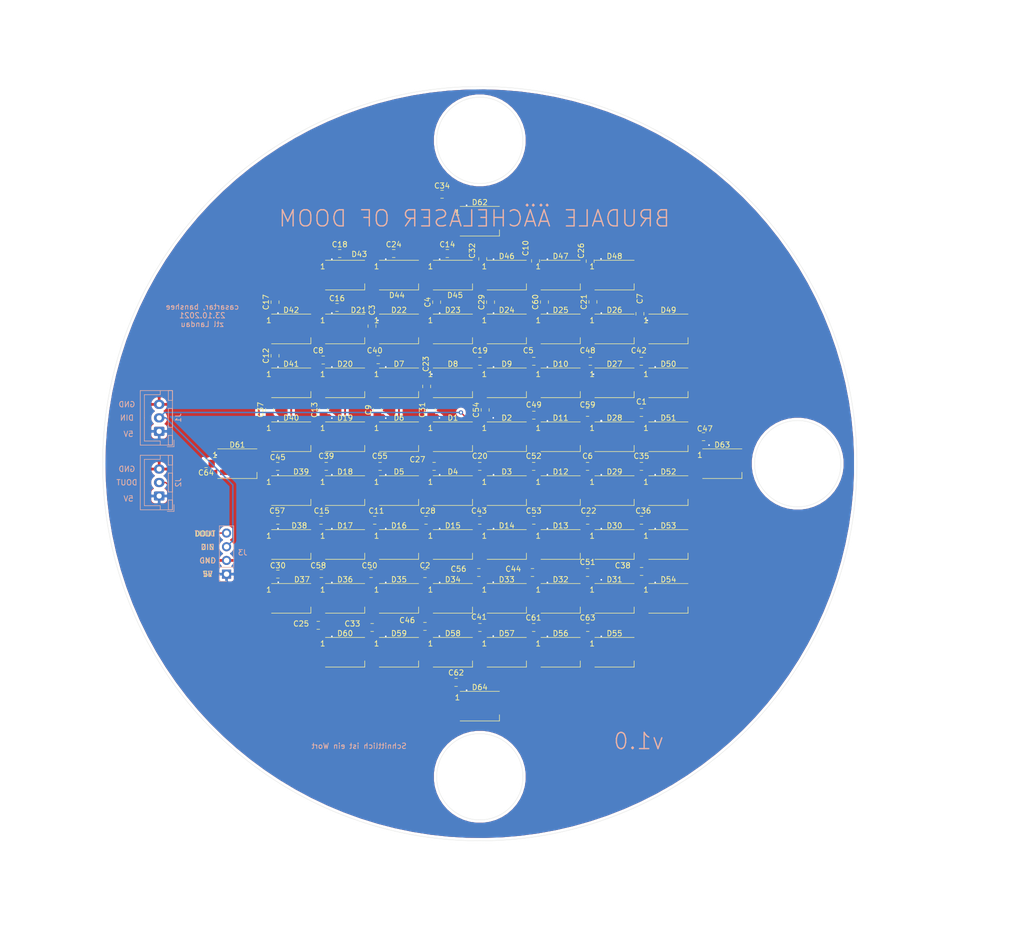
<source format=kicad_pcb>
(kicad_pcb (version 20171130) (host pcbnew 5.1.5+dfsg1-2build2)
  (layers (0 F.Cu signal) (31 B.Cu signal) (34 B.Paste user) (35 F.Paste user) (36 B.SilkS user) (37 F.SilkS user) (38 B.Mask user) (39 F.Mask user) (44 Edge.Cuts user))
  (net 0 "")
  (net 1 +5V)
  (net 2 "Net-(D1-Pad2)")
  (net 3 GND)
  (net 4 "Net-(D2-Pad2)")
  (net 5 "Net-(D3-Pad2)")
  (net 6 "Net-(D4-Pad2)")
  (net 7 "Net-(D5-Pad2)")
  (net 8 "Net-(D6-Pad2)")
  (net 9 "Net-(D7-Pad2)")
  (net 10 "Net-(D8-Pad2)")
  (net 11 "Net-(D10-Pad4)")
  (net 12 "Net-(D10-Pad2)")
  (net 13 "Net-(D11-Pad2)")
  (net 14 "Net-(D12-Pad2)")
  (net 15 "Net-(D13-Pad2)")
  (net 16 "Net-(D14-Pad2)")
  (net 17 "Net-(D15-Pad2)")
  (net 18 "Net-(D16-Pad2)")
  (net 19 "Net-(D17-Pad2)")
  (net 20 "Net-(D18-Pad2)")
  (net 21 "Net-(D19-Pad2)")
  (net 22 "Net-(D20-Pad2)")
  (net 23 "Net-(D21-Pad2)")
  (net 24 "Net-(D22-Pad2)")
  (net 25 "Net-(D23-Pad2)")
  (net 26 "Net-(D24-Pad2)")
  (net 27 "Net-(D25-Pad2)")
  (net 28 "Net-(D26-Pad2)")
  (net 29 "Net-(D27-Pad2)")
  (net 30 "Net-(D28-Pad2)")
  (net 31 "Net-(D29-Pad2)")
  (net 32 "Net-(D30-Pad2)")
  (net 33 "Net-(D31-Pad2)")
  (net 34 "Net-(D32-Pad2)")
  (net 35 "Net-(D33-Pad2)")
  (net 36 "Net-(D34-Pad2)")
  (net 37 "Net-(D35-Pad2)")
  (net 38 "Net-(D36-Pad2)")
  (net 39 "Net-(D37-Pad2)")
  (net 40 "Net-(D38-Pad2)")
  (net 41 "Net-(D39-Pad2)")
  (net 42 "Net-(D40-Pad2)")
  (net 43 "Net-(D41-Pad2)")
  (net 44 "Net-(D42-Pad2)")
  (net 45 "Net-(D43-Pad2)")
  (net 46 "Net-(D44-Pad2)")
  (net 47 "Net-(D45-Pad2)")
  (net 48 "Net-(D46-Pad2)")
  (net 49 "Net-(D47-Pad2)")
  (net 50 "Net-(D48-Pad2)")
  (net 51 "Net-(D49-Pad2)")
  (net 52 "Net-(D50-Pad2)")
  (net 53 "Net-(D51-Pad2)")
  (net 54 "Net-(D52-Pad2)")
  (net 55 "Net-(D53-Pad2)")
  (net 56 "Net-(D54-Pad2)")
  (net 57 "Net-(D55-Pad2)")
  (net 58 "Net-(D56-Pad2)")
  (net 59 "Net-(D57-Pad2)")
  (net 60 "Net-(D58-Pad2)")
  (net 61 "Net-(D59-Pad2)")
  (net 62 "Net-(D60-Pad2)")
  (net 63 "Net-(D61-Pad2)")
  (net 64 "Net-(D62-Pad2)")
  (net 65 "Net-(D63-Pad2)")
  (net 66 DOUT)
  (net 67 DIN)
  (module Connector_PinHeader_2.54mm:PinHeader_1x04_P2.54mm_Vertical (layer B.Cu) (at 103 170.5)
    (fp_text reference J3 (at 3 -4) (layer B.SilkS) (effects (justify mirror)))
    (fp_text value Conn_01x04_Male)
    (pad 4 thru_hole oval (at 0 -7.62) (size 1.7 1.7) (drill 1) (layers *.Cu *.Mask) (net 66 DOUT))
    (pad 3 thru_hole oval (at 0 -5.08) (size 1.7 1.7) (drill 1) (layers *.Cu *.Mask) (net 67 DIN))
    (pad 2 thru_hole oval (at 0 -2.54) (size 1.7 1.7) (drill 1) (layers *.Cu *.Mask) (net 3 GND))
    (pad 1 thru_hole rect (at 0 0) (size 1.7 1.7) (drill 1) (layers *.Cu *.Mask) (net 1 +5V))
  )
  (module Connector_JST:JST_XH_B3B-XH-A_1x03_P2.50mm_Vertical (layer B.Cu) (at 90.5 156 90)
    (fp_text reference J2 (at 2.5 3.55 -90) (layer B.SilkS) (effects (justify mirror)))
    (fp_text value Conn_01x03_Male)
    (pad 3 thru_hole oval (at 5 0 90) (size 1.7 1.95) (drill 0.95) (layers *.Cu *.Mask) (net 3 GND))
    (pad 2 thru_hole oval (at 2.5 0 90) (size 1.7 1.95) (drill 0.95) (layers *.Cu *.Mask) (net 66 DOUT))
    (pad 1 thru_hole roundrect (at 0 0 90) (size 1.7 1.95) (drill 0.95) (layers *.Cu *.Mask) (roundrect_rratio 0.147059) (net 1 +5V))
  )
  (module Capacitor_SMD:C_0805_2012Metric_Pad1.18x1.45mm_HandSolder (layer F.Cu) (at 99.2 150 180)
    (fp_text reference C64 (at 0 -1.68) (layer F.SilkS))
    (fp_text value 100nF)
    (pad 2 smd roundrect (at 1.0375 0 180) (size 1.175 1.45) (layers F.Cu F.Paste F.Mask) (roundrect_rratio 0.2127659574468085) (net 3 GND))
    (pad 1 smd roundrect (at -1.0375 0 180) (size 1.175 1.45) (layers F.Cu F.Paste F.Mask) (roundrect_rratio 0.2127659574468085) (net 1 +5V))
  )
  (module Capacitor_SMD:C_0805_2012Metric_Pad1.18x1.45mm_HandSolder (layer F.Cu) (at 170.0375 180.4 180)
    (fp_text reference C63 (at 0.0375 1.8) (layer F.SilkS))
    (fp_text value 100nF)
    (pad 2 smd roundrect (at 1.0375 0 180) (size 1.175 1.45) (layers F.Cu F.Paste F.Mask) (roundrect_rratio 0.2127659574468085) (net 3 GND))
    (pad 1 smd roundrect (at -1.0375 0 180) (size 1.175 1.45) (layers F.Cu F.Paste F.Mask) (roundrect_rratio 0.2127659574468085) (net 1 +5V))
  )
  (module Capacitor_SMD:C_0805_2012Metric_Pad1.18x1.45mm_HandSolder (layer F.Cu) (at 145.6 190.6 180)
    (fp_text reference C62 (at 0 1.8) (layer F.SilkS))
    (fp_text value 100nF)
    (pad 2 smd roundrect (at 1.0375 0 180) (size 1.175 1.45) (layers F.Cu F.Paste F.Mask) (roundrect_rratio 0.2127659574468085) (net 3 GND))
    (pad 1 smd roundrect (at -1.0375 0 180) (size 1.175 1.45) (layers F.Cu F.Paste F.Mask) (roundrect_rratio 0.2127659574468085) (net 1 +5V))
  )
  (module Capacitor_SMD:C_0805_2012Metric_Pad1.18x1.45mm_HandSolder (layer F.Cu) (at 160 180.4 180)
    (fp_text reference C61 (at 0.0375 1.8) (layer F.SilkS))
    (fp_text value 100nF)
    (pad 2 smd roundrect (at 1.0375 0 180) (size 1.175 1.45) (layers F.Cu F.Paste F.Mask) (roundrect_rratio 0.2127659574468085) (net 3 GND))
    (pad 1 smd roundrect (at -1.0375 0 180) (size 1.175 1.45) (layers F.Cu F.Paste F.Mask) (roundrect_rratio 0.2127659574468085) (net 1 +5V))
  )
  (module Capacitor_SMD:C_0805_2012Metric_Pad1.18x1.45mm_HandSolder (layer F.Cu) (at 162 120 90)
    (fp_text reference C60 (at 0 -1.68 90) (layer F.SilkS))
    (fp_text value 100nF)
    (pad 2 smd roundrect (at 1.0375 0 90) (size 1.175 1.45) (layers F.Cu F.Paste F.Mask) (roundrect_rratio 0.2127659574468085) (net 3 GND))
    (pad 1 smd roundrect (at -1.0375 0 90) (size 1.175 1.45) (layers F.Cu F.Paste F.Mask) (roundrect_rratio 0.2127659574468085) (net 1 +5V))
  )
  (module Capacitor_SMD:C_0805_2012Metric_Pad1.18x1.45mm_HandSolder (layer F.Cu) (at 170 140.475 180)
    (fp_text reference C59 (at 0 1.41) (layer F.SilkS))
    (fp_text value 100nF)
    (pad 2 smd roundrect (at 1.0375 0 180) (size 1.175 1.45) (layers F.Cu F.Paste F.Mask) (roundrect_rratio 0.2127659574468085) (net 3 GND))
    (pad 1 smd roundrect (at -1.0375 0 180) (size 1.175 1.45) (layers F.Cu F.Paste F.Mask) (roundrect_rratio 0.2127659574468085) (net 1 +5V))
  )
  (module Capacitor_SMD:C_0805_2012Metric_Pad1.18x1.45mm_HandSolder (layer F.Cu) (at 120.6 170.4 180)
    (fp_text reference C58 (at 0.585 1.49) (layer F.SilkS))
    (fp_text value 100nF)
    (pad 2 smd roundrect (at 1.0375 0 180) (size 1.175 1.45) (layers F.Cu F.Paste F.Mask) (roundrect_rratio 0.2127659574468085) (net 3 GND))
    (pad 1 smd roundrect (at -1.0375 0 180) (size 1.175 1.45) (layers F.Cu F.Paste F.Mask) (roundrect_rratio 0.2127659574468085) (net 1 +5V))
  )
  (module Capacitor_SMD:C_0805_2012Metric_Pad1.18x1.45mm_HandSolder (layer F.Cu) (at 112.525 160.5 180)
    (fp_text reference C57 (at 0.13 1.75) (layer F.SilkS))
    (fp_text value 100nF)
    (pad 2 smd roundrect (at 1.0375 0 180) (size 1.175 1.45) (layers F.Cu F.Paste F.Mask) (roundrect_rratio 0.2127659574468085) (net 3 GND))
    (pad 1 smd roundrect (at -1.0375 0 180) (size 1.175 1.45) (layers F.Cu F.Paste F.Mask) (roundrect_rratio 0.2127659574468085) (net 1 +5V))
  )
  (module Capacitor_SMD:C_0805_2012Metric_Pad1.18x1.45mm_HandSolder (layer F.Cu) (at 149.825 170.2 180)
    (fp_text reference C56 (at 3.775 0.655) (layer F.SilkS))
    (fp_text value 100nF)
    (pad 2 smd roundrect (at 1.0375 0 180) (size 1.175 1.45) (layers F.Cu F.Paste F.Mask) (roundrect_rratio 0.2127659574468085) (net 3 GND))
    (pad 1 smd roundrect (at -1.0375 0 180) (size 1.175 1.45) (layers F.Cu F.Paste F.Mask) (roundrect_rratio 0.2127659574468085) (net 1 +5V))
  )
  (module Capacitor_SMD:C_0805_2012Metric_Pad1.18x1.45mm_HandSolder (layer F.Cu) (at 131.5 150.5 180)
    (fp_text reference C55 (at 0.055 1.91) (layer F.SilkS))
    (fp_text value 100nF)
    (pad 2 smd roundrect (at 1.0375 0 180) (size 1.175 1.45) (layers F.Cu F.Paste F.Mask) (roundrect_rratio 0.2127659574468085) (net 3 GND))
    (pad 1 smd roundrect (at -1.0375 0 180) (size 1.175 1.45) (layers F.Cu F.Paste F.Mask) (roundrect_rratio 0.2127659574468085) (net 1 +5V))
  )
  (module Capacitor_SMD:C_0805_2012Metric_Pad1.18x1.45mm_HandSolder (layer F.Cu) (at 151 140.025 90)
    (fp_text reference C54 (at 0 -1.68 90) (layer F.SilkS))
    (fp_text value 100nF)
    (pad 2 smd roundrect (at 1.0375 0 90) (size 1.175 1.45) (layers F.Cu F.Paste F.Mask) (roundrect_rratio 0.2127659574468085) (net 3 GND))
    (pad 1 smd roundrect (at -1.0375 0 90) (size 1.175 1.45) (layers F.Cu F.Paste F.Mask) (roundrect_rratio 0.2127659574468085) (net 1 +5V))
  )
  (module Capacitor_SMD:C_0805_2012Metric_Pad1.18x1.45mm_HandSolder (layer F.Cu) (at 160.025 160.5 180)
    (fp_text reference C53 (at 0.005 1.75) (layer F.SilkS))
    (fp_text value 100nF)
    (pad 2 smd roundrect (at 1.0375 0 180) (size 1.175 1.45) (layers F.Cu F.Paste F.Mask) (roundrect_rratio 0.2127659574468085) (net 3 GND))
    (pad 1 smd roundrect (at -1.0375 0 180) (size 1.175 1.45) (layers F.Cu F.Paste F.Mask) (roundrect_rratio 0.2127659574468085) (net 1 +5V))
  )
  (module Capacitor_SMD:C_0805_2012Metric_Pad1.18x1.45mm_HandSolder (layer F.Cu) (at 160 150.5 180)
    (fp_text reference C52 (at 0 1.91) (layer F.SilkS))
    (fp_text value 100nF)
    (pad 2 smd roundrect (at 1.0375 0 180) (size 1.175 1.45) (layers F.Cu F.Paste F.Mask) (roundrect_rratio 0.2127659574468085) (net 3 GND))
    (pad 1 smd roundrect (at -1.0375 0 180) (size 1.175 1.45) (layers F.Cu F.Paste F.Mask) (roundrect_rratio 0.2127659574468085) (net 1 +5V))
  )
  (module Capacitor_SMD:C_0805_2012Metric_Pad1.18x1.45mm_HandSolder (layer F.Cu) (at 170 170.2 180)
    (fp_text reference C51 (at 0 1.925) (layer F.SilkS))
    (fp_text value 100nF)
    (pad 2 smd roundrect (at 1.0375 0 180) (size 1.175 1.45) (layers F.Cu F.Paste F.Mask) (roundrect_rratio 0.2127659574468085) (net 3 GND))
    (pad 1 smd roundrect (at -1.0375 0 180) (size 1.175 1.45) (layers F.Cu F.Paste F.Mask) (roundrect_rratio 0.2127659574468085) (net 1 +5V))
  )
  (module Capacitor_SMD:C_0805_2012Metric_Pad1.18x1.45mm_HandSolder (layer F.Cu) (at 129.825 170.4 180)
    (fp_text reference C50 (at 0.285 1.49) (layer F.SilkS))
    (fp_text value 100nF)
    (pad 2 smd roundrect (at 1.0375 0 180) (size 1.175 1.45) (layers F.Cu F.Paste F.Mask) (roundrect_rratio 0.2127659574468085) (net 3 GND))
    (pad 1 smd roundrect (at -1.0375 0 180) (size 1.175 1.45) (layers F.Cu F.Paste F.Mask) (roundrect_rratio 0.2127659574468085) (net 1 +5V))
  )
  (module Capacitor_SMD:C_0805_2012Metric_Pad1.18x1.45mm_HandSolder (layer F.Cu) (at 160.025 141 180)
    (fp_text reference C49 (at 0.005 1.935) (layer F.SilkS))
    (fp_text value 100nF)
    (pad 2 smd roundrect (at 1.0375 0 180) (size 1.175 1.45) (layers F.Cu F.Paste F.Mask) (roundrect_rratio 0.2127659574468085) (net 3 GND))
    (pad 1 smd roundrect (at -1.0375 0 180) (size 1.175 1.45) (layers F.Cu F.Paste F.Mask) (roundrect_rratio 0.2127659574468085) (net 1 +5V))
  )
  (module Capacitor_SMD:C_0805_2012Metric_Pad1.18x1.45mm_HandSolder (layer F.Cu) (at 170.525 131 180)
    (fp_text reference C48 (at 0.525 2) (layer F.SilkS))
    (fp_text value 100nF)
    (pad 2 smd roundrect (at 1.0375 0 180) (size 1.175 1.45) (layers F.Cu F.Paste F.Mask) (roundrect_rratio 0.2127659574468085) (net 3 GND))
    (pad 1 smd roundrect (at -1.0375 0 180) (size 1.175 1.45) (layers F.Cu F.Paste F.Mask) (roundrect_rratio 0.2127659574468085) (net 1 +5V))
  )
  (module Capacitor_SMD:C_0805_2012Metric_Pad1.18x1.45mm_HandSolder (layer F.Cu) (at 191.525 145 180)
    (fp_text reference C47 (at -0.245 1.49) (layer F.SilkS))
    (fp_text value 100nF)
    (pad 2 smd roundrect (at 1.0375 0 180) (size 1.175 1.45) (layers F.Cu F.Paste F.Mask) (roundrect_rratio 0.2127659574468085) (net 3 GND))
    (pad 1 smd roundrect (at -1.0375 0 180) (size 1.175 1.45) (layers F.Cu F.Paste F.Mask) (roundrect_rratio 0.2127659574468085) (net 1 +5V))
  )
  (module Capacitor_SMD:C_0805_2012Metric_Pad1.18x1.45mm_HandSolder (layer F.Cu) (at 139.825 180.2 180)
    (fp_text reference C46 (at 3.3 1.13) (layer F.SilkS))
    (fp_text value 100nF)
    (pad 2 smd roundrect (at 1.0375 0 180) (size 1.175 1.45) (layers F.Cu F.Paste F.Mask) (roundrect_rratio 0.2127659574468085) (net 3 GND))
    (pad 1 smd roundrect (at -1.0375 0 180) (size 1.175 1.45) (layers F.Cu F.Paste F.Mask) (roundrect_rratio 0.2127659574468085) (net 1 +5V))
  )
  (module Capacitor_SMD:C_0805_2012Metric_Pad1.18x1.45mm_HandSolder (layer F.Cu) (at 112.5 150.5)
    (fp_text reference C45 (at 0 -1.68) (layer F.SilkS))
    (fp_text value 100nF)
    (pad 2 smd roundrect (at 1.0375 0) (size 1.175 1.45) (layers F.Cu F.Paste F.Mask) (roundrect_rratio 0.2127659574468085) (net 3 GND))
    (pad 1 smd roundrect (at -1.0375 0) (size 1.175 1.45) (layers F.Cu F.Paste F.Mask) (roundrect_rratio 0.2127659574468085) (net 1 +5V))
  )
  (module Capacitor_SMD:C_0805_2012Metric_Pad1.18x1.45mm_HandSolder (layer F.Cu) (at 159.775 170.2 180)
    (fp_text reference C44 (at 3.565 0.655) (layer F.SilkS))
    (fp_text value 100nF)
    (pad 2 smd roundrect (at 1.0375 0 180) (size 1.175 1.45) (layers F.Cu F.Paste F.Mask) (roundrect_rratio 0.2127659574468085) (net 3 GND))
    (pad 1 smd roundrect (at -1.0375 0 180) (size 1.175 1.45) (layers F.Cu F.Paste F.Mask) (roundrect_rratio 0.2127659574468085) (net 1 +5V))
  )
  (module Capacitor_SMD:C_0805_2012Metric_Pad1.18x1.45mm_HandSolder (layer F.Cu) (at 150 160.5 180)
    (fp_text reference C43 (at 0.14 1.75) (layer F.SilkS))
    (fp_text value 100nF)
    (pad 2 smd roundrect (at 1.0375 0 180) (size 1.175 1.45) (layers F.Cu F.Paste F.Mask) (roundrect_rratio 0.2127659574468085) (net 3 GND))
    (pad 1 smd roundrect (at -1.0375 0 180) (size 1.175 1.45) (layers F.Cu F.Paste F.Mask) (roundrect_rratio 0.2127659574468085) (net 1 +5V))
  )
  (module Capacitor_SMD:C_0805_2012Metric_Pad1.18x1.45mm_HandSolder (layer F.Cu) (at 179.975 131 180)
    (fp_text reference C42 (at 0.475 2) (layer F.SilkS))
    (fp_text value 100nF)
    (pad 2 smd roundrect (at 1.0375 0 180) (size 1.175 1.45) (layers F.Cu F.Paste F.Mask) (roundrect_rratio 0.2127659574468085) (net 3 GND))
    (pad 1 smd roundrect (at -1.0375 0 180) (size 1.175 1.45) (layers F.Cu F.Paste F.Mask) (roundrect_rratio 0.2127659574468085) (net 1 +5V))
  )
  (module Capacitor_SMD:C_0805_2012Metric_Pad1.18x1.45mm_HandSolder (layer F.Cu) (at 150.025 180.4 180)
    (fp_text reference C41 (at 0.165 1.965) (layer F.SilkS))
    (fp_text value 100nF)
    (pad 2 smd roundrect (at 1.0375 0 180) (size 1.175 1.45) (layers F.Cu F.Paste F.Mask) (roundrect_rratio 0.2127659574468085) (net 3 GND))
    (pad 1 smd roundrect (at -1.0375 0 180) (size 1.175 1.45) (layers F.Cu F.Paste F.Mask) (roundrect_rratio 0.2127659574468085) (net 1 +5V))
  )
  (module Capacitor_SMD:C_0805_2012Metric_Pad1.18x1.45mm_HandSolder (layer F.Cu) (at 131.150147 130.714135 180)
    (fp_text reference C40 (at 0.650147 1.714135) (layer F.SilkS))
    (fp_text value 100nF)
    (pad 2 smd roundrect (at 1.0375 0 180) (size 1.175 1.45) (layers F.Cu F.Paste F.Mask) (roundrect_rratio 0.2127659574468085) (net 3 GND))
    (pad 1 smd roundrect (at -1.0375 0 180) (size 1.175 1.45) (layers F.Cu F.Paste F.Mask) (roundrect_rratio 0.2127659574468085) (net 1 +5V))
  )
  (module Capacitor_SMD:C_0805_2012Metric_Pad1.18x1.45mm_HandSolder (layer F.Cu) (at 121.5 150.5 180)
    (fp_text reference C39 (at 0 1.91) (layer F.SilkS))
    (fp_text value 100nF)
    (pad 2 smd roundrect (at 1.0375 0 180) (size 1.175 1.45) (layers F.Cu F.Paste F.Mask) (roundrect_rratio 0.2127659574468085) (net 3 GND))
    (pad 1 smd roundrect (at -1.0375 0 180) (size 1.175 1.45) (layers F.Cu F.Paste F.Mask) (roundrect_rratio 0.2127659574468085) (net 1 +5V))
  )
  (module Capacitor_SMD:C_0805_2012Metric_Pad1.18x1.45mm_HandSolder (layer F.Cu) (at 180.025 170 180)
    (fp_text reference C38 (at 3.495 1.09) (layer F.SilkS))
    (fp_text value 100nF)
    (pad 2 smd roundrect (at 1.0375 0 180) (size 1.175 1.45) (layers F.Cu F.Paste F.Mask) (roundrect_rratio 0.2127659574468085) (net 3 GND))
    (pad 1 smd roundrect (at -1.0375 0 180) (size 1.175 1.45) (layers F.Cu F.Paste F.Mask) (roundrect_rratio 0.2127659574468085) (net 1 +5V))
  )
  (module Capacitor_SMD:C_0805_2012Metric_Pad1.18x1.45mm_HandSolder (layer F.Cu) (at 111 140 90)
    (fp_text reference C37 (at 0 -1.68 90) (layer F.SilkS))
    (fp_text value 100nF)
    (pad 2 smd roundrect (at 1.0375 0 90) (size 1.175 1.45) (layers F.Cu F.Paste F.Mask) (roundrect_rratio 0.2127659574468085) (net 3 GND))
    (pad 1 smd roundrect (at -1.0375 0 90) (size 1.175 1.45) (layers F.Cu F.Paste F.Mask) (roundrect_rratio 0.2127659574468085) (net 1 +5V))
  )
  (module Capacitor_SMD:C_0805_2012Metric_Pad1.18x1.45mm_HandSolder (layer F.Cu) (at 180 160.5 180)
    (fp_text reference C36 (at -0.34 1.75) (layer F.SilkS))
    (fp_text value 100nF)
    (pad 2 smd roundrect (at 1.0375 0 180) (size 1.175 1.45) (layers F.Cu F.Paste F.Mask) (roundrect_rratio 0.2127659574468085) (net 3 GND))
    (pad 1 smd roundrect (at -1.0375 0 180) (size 1.175 1.45) (layers F.Cu F.Paste F.Mask) (roundrect_rratio 0.2127659574468085) (net 1 +5V))
  )
  (module Capacitor_SMD:C_0805_2012Metric_Pad1.18x1.45mm_HandSolder (layer F.Cu) (at 180 150.5 180)
    (fp_text reference C35 (at 0 1.91) (layer F.SilkS))
    (fp_text value 100nF)
    (pad 2 smd roundrect (at 1.0375 0 180) (size 1.175 1.45) (layers F.Cu F.Paste F.Mask) (roundrect_rratio 0.2127659574468085) (net 3 GND))
    (pad 1 smd roundrect (at -1.0375 0 180) (size 1.175 1.45) (layers F.Cu F.Paste F.Mask) (roundrect_rratio 0.2127659574468085) (net 1 +5V))
  )
  (module Capacitor_SMD:C_0805_2012Metric_Pad1.18x1.45mm_HandSolder (layer F.Cu) (at 143 100 180)
    (fp_text reference C34 (at 0 1.575) (layer F.SilkS))
    (fp_text value 100nF)
    (pad 2 smd roundrect (at 1.0375 0 180) (size 1.175 1.45) (layers F.Cu F.Paste F.Mask) (roundrect_rratio 0.2127659574468085) (net 3 GND))
    (pad 1 smd roundrect (at -1.0375 0 180) (size 1.175 1.45) (layers F.Cu F.Paste F.Mask) (roundrect_rratio 0.2127659574468085) (net 1 +5V))
  )
  (module Capacitor_SMD:C_0805_2012Metric_Pad1.18x1.45mm_HandSolder (layer F.Cu) (at 130.025 180.4 180)
    (fp_text reference C33 (at 3.66 0.695) (layer F.SilkS))
    (fp_text value 100nF)
    (pad 2 smd roundrect (at 1.0375 0 180) (size 1.175 1.45) (layers F.Cu F.Paste F.Mask) (roundrect_rratio 0.2127659574468085) (net 3 GND))
    (pad 1 smd roundrect (at -1.0375 0 180) (size 1.175 1.45) (layers F.Cu F.Paste F.Mask) (roundrect_rratio 0.2127659574468085) (net 1 +5V))
  )
  (module Capacitor_SMD:C_0805_2012Metric_Pad1.18x1.45mm_HandSolder (layer F.Cu) (at 150.548609 112.000411 90)
    (fp_text reference C32 (at 1.510411 -1.958609 90) (layer F.SilkS))
    (fp_text value 100nF)
    (pad 2 smd roundrect (at 1.0375 0 90) (size 1.175 1.45) (layers F.Cu F.Paste F.Mask) (roundrect_rratio 0.2127659574468085) (net 3 GND))
    (pad 1 smd roundrect (at -1.0375 0 90) (size 1.175 1.45) (layers F.Cu F.Paste F.Mask) (roundrect_rratio 0.2127659574468085) (net 1 +5V))
  )
  (module Capacitor_SMD:C_0805_2012Metric_Pad1.18x1.45mm_HandSolder (layer F.Cu) (at 141 140.025 90)
    (fp_text reference C31 (at 0 -1.68 90) (layer F.SilkS))
    (fp_text value 100nF)
    (pad 2 smd roundrect (at 1.0375 0 90) (size 1.175 1.45) (layers F.Cu F.Paste F.Mask) (roundrect_rratio 0.2127659574468085) (net 3 GND))
    (pad 1 smd roundrect (at -1.0375 0 90) (size 1.175 1.45) (layers F.Cu F.Paste F.Mask) (roundrect_rratio 0.2127659574468085) (net 1 +5V))
  )
  (module Capacitor_SMD:C_0805_2012Metric_Pad1.18x1.45mm_HandSolder (layer F.Cu) (at 112.525 170.5 180)
    (fp_text reference C30 (at 0 1.59) (layer F.SilkS))
    (fp_text value 100nF)
    (pad 2 smd roundrect (at 1.0375 0 180) (size 1.175 1.45) (layers F.Cu F.Paste F.Mask) (roundrect_rratio 0.2127659574468085) (net 3 GND))
    (pad 1 smd roundrect (at -1.0375 0 180) (size 1.175 1.45) (layers F.Cu F.Paste F.Mask) (roundrect_rratio 0.2127659574468085) (net 1 +5V))
  )
  (module Capacitor_SMD:C_0805_2012Metric_Pad1.18x1.45mm_HandSolder (layer F.Cu) (at 152 120.025 90)
    (fp_text reference C29 (at 0 -1.68 90) (layer F.SilkS))
    (fp_text value 100nF)
    (pad 2 smd roundrect (at 1.0375 0 90) (size 1.175 1.45) (layers F.Cu F.Paste F.Mask) (roundrect_rratio 0.2127659574468085) (net 3 GND))
    (pad 1 smd roundrect (at -1.0375 0 90) (size 1.175 1.45) (layers F.Cu F.Paste F.Mask) (roundrect_rratio 0.2127659574468085) (net 1 +5V))
  )
  (module Capacitor_SMD:C_0805_2012Metric_Pad1.18x1.45mm_HandSolder (layer F.Cu) (at 140.025 160.5 180)
    (fp_text reference C28 (at -0.31 1.75) (layer F.SilkS))
    (fp_text value 100nF)
    (pad 2 smd roundrect (at 1.0375 0 180) (size 1.175 1.45) (layers F.Cu F.Paste F.Mask) (roundrect_rratio 0.2127659574468085) (net 3 GND))
    (pad 1 smd roundrect (at -1.0375 0 180) (size 1.175 1.45) (layers F.Cu F.Paste F.Mask) (roundrect_rratio 0.2127659574468085) (net 1 +5V))
  )
  (module Capacitor_SMD:C_0805_2012Metric_Pad1.18x1.45mm_HandSolder (layer F.Cu) (at 141.525 150.5 180)
    (fp_text reference C27 (at 3.095 1.275) (layer F.SilkS))
    (fp_text value 100nF)
    (pad 2 smd roundrect (at 1.0375 0 180) (size 1.175 1.45) (layers F.Cu F.Paste F.Mask) (roundrect_rratio 0.2127659574468085) (net 3 GND))
    (pad 1 smd roundrect (at -1.0375 0 180) (size 1.175 1.45) (layers F.Cu F.Paste F.Mask) (roundrect_rratio 0.2127659574468085) (net 1 +5V))
  )
  (module Capacitor_SMD:C_0805_2012Metric_Pad1.18x1.45mm_HandSolder (layer F.Cu) (at 170.486201 112.41144 90)
    (fp_text reference C26 (at 1.92144 -1.68 90) (layer F.SilkS))
    (fp_text value 100nF)
    (pad 2 smd roundrect (at 1.0375 0 90) (size 1.175 1.45) (layers F.Cu F.Paste F.Mask) (roundrect_rratio 0.2127659574468085) (net 3 GND))
    (pad 1 smd roundrect (at -1.0375 0 90) (size 1.175 1.45) (layers F.Cu F.Paste F.Mask) (roundrect_rratio 0.2127659574468085) (net 1 +5V))
  )
  (module Capacitor_SMD:C_0805_2012Metric_Pad1.18x1.45mm_HandSolder (layer F.Cu) (at 120.025 180 180)
    (fp_text reference C25 (at 3.185 0.295) (layer F.SilkS))
    (fp_text value 100nF)
    (pad 2 smd roundrect (at 1.0375 0 180) (size 1.175 1.45) (layers F.Cu F.Paste F.Mask) (roundrect_rratio 0.2127659574468085) (net 3 GND))
    (pad 1 smd roundrect (at -1.0375 0 180) (size 1.175 1.45) (layers F.Cu F.Paste F.Mask) (roundrect_rratio 0.2127659574468085) (net 1 +5V))
  )
  (module Capacitor_SMD:C_0805_2012Metric_Pad1.18x1.45mm_HandSolder (layer F.Cu) (at 134.025 111)
    (fp_text reference C24 (at 0 -1.68) (layer F.SilkS))
    (fp_text value 100nF)
    (pad 2 smd roundrect (at 1.0375 0) (size 1.175 1.45) (layers F.Cu F.Paste F.Mask) (roundrect_rratio 0.2127659574468085) (net 3 GND))
    (pad 1 smd roundrect (at -1.0375 0) (size 1.175 1.45) (layers F.Cu F.Paste F.Mask) (roundrect_rratio 0.2127659574468085) (net 1 +5V))
  )
  (module Capacitor_SMD:C_0805_2012Metric_Pad1.18x1.45mm_HandSolder (layer F.Cu) (at 140.143451 135.662268 270)
    (fp_text reference C23 (at -4.162268 0.143451 90) (layer F.SilkS))
    (fp_text value 100nF)
    (pad 2 smd roundrect (at 1.0375 0 270) (size 1.175 1.45) (layers F.Cu F.Paste F.Mask) (roundrect_rratio 0.2127659574468085) (net 3 GND))
    (pad 1 smd roundrect (at -1.0375 0 270) (size 1.175 1.45) (layers F.Cu F.Paste F.Mask) (roundrect_rratio 0.2127659574468085) (net 1 +5V))
  )
  (module Capacitor_SMD:C_0805_2012Metric_Pad1.18x1.45mm_HandSolder (layer F.Cu) (at 170.025 160.5 180)
    (fp_text reference C22 (at -0.155 1.75) (layer F.SilkS))
    (fp_text value 100nF)
    (pad 2 smd roundrect (at 1.0375 0 180) (size 1.175 1.45) (layers F.Cu F.Paste F.Mask) (roundrect_rratio 0.2127659574468085) (net 3 GND))
    (pad 1 smd roundrect (at -1.0375 0 180) (size 1.175 1.45) (layers F.Cu F.Paste F.Mask) (roundrect_rratio 0.2127659574468085) (net 1 +5V))
  )
  (module Capacitor_SMD:C_0805_2012Metric_Pad1.18x1.45mm_HandSolder (layer F.Cu) (at 171 119.975 90)
    (fp_text reference C21 (at 0 -1.68 90) (layer F.SilkS))
    (fp_text value 100nF)
    (pad 2 smd roundrect (at 1.0375 0 90) (size 1.175 1.45) (layers F.Cu F.Paste F.Mask) (roundrect_rratio 0.2127659574468085) (net 3 GND))
    (pad 1 smd roundrect (at -1.0375 0 90) (size 1.175 1.45) (layers F.Cu F.Paste F.Mask) (roundrect_rratio 0.2127659574468085) (net 1 +5V))
  )
  (module Capacitor_SMD:C_0805_2012Metric_Pad1.18x1.45mm_HandSolder (layer F.Cu) (at 150 150.5 180)
    (fp_text reference C20 (at 0 1.91) (layer F.SilkS))
    (fp_text value 100nF)
    (pad 2 smd roundrect (at 1.0375 0 180) (size 1.175 1.45) (layers F.Cu F.Paste F.Mask) (roundrect_rratio 0.2127659574468085) (net 3 GND))
    (pad 1 smd roundrect (at -1.0375 0 180) (size 1.175 1.45) (layers F.Cu F.Paste F.Mask) (roundrect_rratio 0.2127659574468085) (net 1 +5V))
  )
  (module Capacitor_SMD:C_0805_2012Metric_Pad1.18x1.45mm_HandSolder (layer F.Cu) (at 150.025 131 180)
    (fp_text reference C19 (at 0 2) (layer F.SilkS))
    (fp_text value 100nF)
    (pad 2 smd roundrect (at 1.0375 0 180) (size 1.175 1.45) (layers F.Cu F.Paste F.Mask) (roundrect_rratio 0.2127659574468085) (net 3 GND))
    (pad 1 smd roundrect (at -1.0375 0 180) (size 1.175 1.45) (layers F.Cu F.Paste F.Mask) (roundrect_rratio 0.2127659574468085) (net 1 +5V))
  )
  (module Capacitor_SMD:C_0805_2012Metric_Pad1.18x1.45mm_HandSolder (layer F.Cu) (at 124 111)
    (fp_text reference C18 (at 0 -1.68) (layer F.SilkS))
    (fp_text value 100nF)
    (pad 2 smd roundrect (at 1.0375 0) (size 1.175 1.45) (layers F.Cu F.Paste F.Mask) (roundrect_rratio 0.2127659574468085) (net 3 GND))
    (pad 1 smd roundrect (at -1.0375 0) (size 1.175 1.45) (layers F.Cu F.Paste F.Mask) (roundrect_rratio 0.2127659574468085) (net 1 +5V))
  )
  (module Capacitor_SMD:C_0805_2012Metric_Pad1.18x1.45mm_HandSolder (layer F.Cu) (at 112 120.025 90)
    (fp_text reference C17 (at 0 -1.68 90) (layer F.SilkS))
    (fp_text value 100nF)
    (pad 2 smd roundrect (at 1.0375 0 90) (size 1.175 1.45) (layers F.Cu F.Paste F.Mask) (roundrect_rratio 0.2127659574468085) (net 3 GND))
    (pad 1 smd roundrect (at -1.0375 0 90) (size 1.175 1.45) (layers F.Cu F.Paste F.Mask) (roundrect_rratio 0.2127659574468085) (net 1 +5V))
  )
  (module Capacitor_SMD:C_0805_2012Metric_Pad1.18x1.45mm_HandSolder (layer F.Cu) (at 123.5 121)
    (fp_text reference C16 (at 0 -1.68) (layer F.SilkS))
    (fp_text value 100nF)
    (pad 2 smd roundrect (at 1.0375 0) (size 1.175 1.45) (layers F.Cu F.Paste F.Mask) (roundrect_rratio 0.2127659574468085) (net 3 GND))
    (pad 1 smd roundrect (at -1.0375 0) (size 1.175 1.45) (layers F.Cu F.Paste F.Mask) (roundrect_rratio 0.2127659574468085) (net 1 +5V))
  )
  (module Capacitor_SMD:C_0805_2012Metric_Pad1.18x1.45mm_HandSolder (layer F.Cu) (at 120.525 160.5 180)
    (fp_text reference C15 (at -0.125 1.75) (layer F.SilkS))
    (fp_text value 100nF)
    (pad 2 smd roundrect (at 1.0375 0 180) (size 1.175 1.45) (layers F.Cu F.Paste F.Mask) (roundrect_rratio 0.2127659574468085) (net 3 GND))
    (pad 1 smd roundrect (at -1.0375 0 180) (size 1.175 1.45) (layers F.Cu F.Paste F.Mask) (roundrect_rratio 0.2127659574468085) (net 1 +5V))
  )
  (module Capacitor_SMD:C_0805_2012Metric_Pad1.18x1.45mm_HandSolder (layer F.Cu) (at 143.975 111)
    (fp_text reference C14 (at 0 -1.68) (layer F.SilkS))
    (fp_text value 100nF)
    (pad 2 smd roundrect (at 1.0375 0) (size 1.175 1.45) (layers F.Cu F.Paste F.Mask) (roundrect_rratio 0.2127659574468085) (net 3 GND))
    (pad 1 smd roundrect (at -1.0375 0) (size 1.175 1.45) (layers F.Cu F.Paste F.Mask) (roundrect_rratio 0.2127659574468085) (net 1 +5V))
  )
  (module Capacitor_SMD:C_0805_2012Metric_Pad1.18x1.45mm_HandSolder (layer F.Cu) (at 121 140.025 90)
    (fp_text reference C13 (at 0 -1.68 90) (layer F.SilkS))
    (fp_text value 100nF)
    (pad 2 smd roundrect (at 1.0375 0 90) (size 1.175 1.45) (layers F.Cu F.Paste F.Mask) (roundrect_rratio 0.2127659574468085) (net 3 GND))
    (pad 1 smd roundrect (at -1.0375 0 90) (size 1.175 1.45) (layers F.Cu F.Paste F.Mask) (roundrect_rratio 0.2127659574468085) (net 1 +5V))
  )
  (module Capacitor_SMD:C_0805_2012Metric_Pad1.18x1.45mm_HandSolder (layer F.Cu) (at 112 129.975 90)
    (fp_text reference C12 (at 0 -1.68 90) (layer F.SilkS))
    (fp_text value 100nF)
    (pad 2 smd roundrect (at 1.0375 0 90) (size 1.175 1.45) (layers F.Cu F.Paste F.Mask) (roundrect_rratio 0.2127659574468085) (net 3 GND))
    (pad 1 smd roundrect (at -1.0375 0 90) (size 1.175 1.45) (layers F.Cu F.Paste F.Mask) (roundrect_rratio 0.2127659574468085) (net 1 +5V))
  )
  (module Capacitor_SMD:C_0805_2012Metric_Pad1.18x1.45mm_HandSolder (layer F.Cu) (at 130.5 160.5 180)
    (fp_text reference C11 (at -0.31 1.75) (layer F.SilkS))
    (fp_text value 100nF)
    (pad 2 smd roundrect (at 1.0375 0 180) (size 1.175 1.45) (layers F.Cu F.Paste F.Mask) (roundrect_rratio 0.2127659574468085) (net 3 GND))
    (pad 1 smd roundrect (at -1.0375 0 180) (size 1.175 1.45) (layers F.Cu F.Paste F.Mask) (roundrect_rratio 0.2127659574468085) (net 1 +5V))
  )
  (module Capacitor_SMD:C_0805_2012Metric_Pad1.18x1.45mm_HandSolder (layer F.Cu) (at 160.345511 112.369126 90)
    (fp_text reference C10 (at 2.369126 -1.845511 90) (layer F.SilkS))
    (fp_text value 100nF)
    (pad 2 smd roundrect (at 1.0375 0 90) (size 1.175 1.45) (layers F.Cu F.Paste F.Mask) (roundrect_rratio 0.2127659574468085) (net 3 GND))
    (pad 1 smd roundrect (at -1.0375 0 90) (size 1.175 1.45) (layers F.Cu F.Paste F.Mask) (roundrect_rratio 0.2127659574468085) (net 1 +5V))
  )
  (module Capacitor_SMD:C_0805_2012Metric_Pad1.18x1.45mm_HandSolder (layer F.Cu) (at 131 140.025 90)
    (fp_text reference C9 (at 0 -1.68 90) (layer F.SilkS))
    (fp_text value 100nF)
    (pad 2 smd roundrect (at 1.0375 0 90) (size 1.175 1.45) (layers F.Cu F.Paste F.Mask) (roundrect_rratio 0.2127659574468085) (net 3 GND))
    (pad 1 smd roundrect (at -1.0375 0 90) (size 1.175 1.45) (layers F.Cu F.Paste F.Mask) (roundrect_rratio 0.2127659574468085) (net 1 +5V))
  )
  (module Capacitor_SMD:C_0805_2012Metric_Pad1.18x1.45mm_HandSolder (layer F.Cu) (at 120.937825 130.771152 180)
    (fp_text reference C8 (at 0.937825 1.771152) (layer F.SilkS))
    (fp_text value 100nF)
    (pad 2 smd roundrect (at 1.0375 0 180) (size 1.175 1.45) (layers F.Cu F.Paste F.Mask) (roundrect_rratio 0.2127659574468085) (net 3 GND))
    (pad 1 smd roundrect (at -1.0375 0 180) (size 1.175 1.45) (layers F.Cu F.Paste F.Mask) (roundrect_rratio 0.2127659574468085) (net 1 +5V))
  )
  (module Capacitor_SMD:C_0805_2012Metric_Pad1.18x1.45mm_HandSolder (layer F.Cu) (at 179.718513 122.183145 90)
    (fp_text reference C7 (at 2.803145 -0.013513 90) (layer F.SilkS))
    (fp_text value 100nF)
    (pad 2 smd roundrect (at 1.0375 0 90) (size 1.175 1.45) (layers F.Cu F.Paste F.Mask) (roundrect_rratio 0.2127659574468085) (net 3 GND))
    (pad 1 smd roundrect (at -1.0375 0 90) (size 1.175 1.45) (layers F.Cu F.Paste F.Mask) (roundrect_rratio 0.2127659574468085) (net 1 +5V))
  )
  (module Capacitor_SMD:C_0805_2012Metric_Pad1.18x1.45mm_HandSolder (layer F.Cu) (at 170 150.5 180)
    (fp_text reference C6 (at 0 1.91) (layer F.SilkS))
    (fp_text value 100nF)
    (pad 2 smd roundrect (at 1.0375 0 180) (size 1.175 1.45) (layers F.Cu F.Paste F.Mask) (roundrect_rratio 0.2127659574468085) (net 3 GND))
    (pad 1 smd roundrect (at -1.0375 0 180) (size 1.175 1.45) (layers F.Cu F.Paste F.Mask) (roundrect_rratio 0.2127659574468085) (net 1 +5V))
  )
  (module Capacitor_SMD:C_0805_2012Metric_Pad1.18x1.45mm_HandSolder (layer F.Cu) (at 160.025 131 180)
    (fp_text reference C5 (at 1.025 2) (layer F.SilkS))
    (fp_text value 100nF)
    (pad 2 smd roundrect (at 1.0375 0 180) (size 1.175 1.45) (layers F.Cu F.Paste F.Mask) (roundrect_rratio 0.2127659574468085) (net 3 GND))
    (pad 1 smd roundrect (at -1.0375 0 180) (size 1.175 1.45) (layers F.Cu F.Paste F.Mask) (roundrect_rratio 0.2127659574468085) (net 1 +5V))
  )
  (module Capacitor_SMD:C_0805_2012Metric_Pad1.18x1.45mm_HandSolder (layer F.Cu) (at 142 120.025 90)
    (fp_text reference C4 (at 0 -1.68 90) (layer F.SilkS))
    (fp_text value 100nF)
    (pad 2 smd roundrect (at 1.0375 0 90) (size 1.175 1.45) (layers F.Cu F.Paste F.Mask) (roundrect_rratio 0.2127659574468085) (net 3 GND))
    (pad 1 smd roundrect (at -1.0375 0 90) (size 1.175 1.45) (layers F.Cu F.Paste F.Mask) (roundrect_rratio 0.2127659574468085) (net 1 +5V))
  )
  (module Capacitor_SMD:C_0805_2012Metric_Pad1.18x1.45mm_HandSolder (layer F.Cu) (at 130 124.475 270)
    (fp_text reference C3 (at -2.975 0 90) (layer F.SilkS))
    (fp_text value 100nF)
    (pad 2 smd roundrect (at 1.0375 0 270) (size 1.175 1.45) (layers F.Cu F.Paste F.Mask) (roundrect_rratio 0.2127659574468085) (net 3 GND))
    (pad 1 smd roundrect (at -1.0375 0 270) (size 1.175 1.45) (layers F.Cu F.Paste F.Mask) (roundrect_rratio 0.2127659574468085) (net 1 +5V))
  )
  (module Capacitor_SMD:C_0805_2012Metric_Pad1.18x1.45mm_HandSolder (layer F.Cu) (at 139.825 170.4 180)
    (fp_text reference C2 (at 0 1.49) (layer F.SilkS))
    (fp_text value 100nF)
    (pad 2 smd roundrect (at 1.0375 0 180) (size 1.175 1.45) (layers F.Cu F.Paste F.Mask) (roundrect_rratio 0.2127659574468085) (net 3 GND))
    (pad 1 smd roundrect (at -1.0375 0 180) (size 1.175 1.45) (layers F.Cu F.Paste F.Mask) (roundrect_rratio 0.2127659574468085) (net 1 +5V))
  )
  (module Capacitor_SMD:C_0805_2012Metric_Pad1.18x1.45mm_HandSolder (layer F.Cu) (at 180 140.5 180)
    (fp_text reference C1 (at 0 2) (layer F.SilkS))
    (fp_text value 100nF)
    (pad 2 smd roundrect (at 1.0375 0 180) (size 1.175 1.45) (layers F.Cu F.Paste F.Mask) (roundrect_rratio 0.2127659574468085) (net 3 GND))
    (pad 1 smd roundrect (at -1.0375 0 180) (size 1.175 1.45) (layers F.Cu F.Paste F.Mask) (roundrect_rratio 0.2127659574468085) (net 1 +5V))
  )
  (module Connector_JST:JST_XH_B3B-XH-A_1x03_P2.50mm_Vertical (layer B.Cu) (at 90.5 144 90)
    (fp_text reference J1 (at 2.5 3.55 90) (layer B.SilkS) (effects (justify mirror)))
    (fp_text value Conn_01x03_Male)
    (pad 1 thru_hole roundrect (at 0 0 90) (size 1.7 1.95) (drill 0.95) (layers *.Cu *.Mask) (roundrect_rratio 0.1470588235294118) (net 1 +5V))
    (pad 2 thru_hole oval (at 2.5 0 90) (size 1.7 1.95) (drill 0.95) (layers *.Cu *.Mask) (net 67 DIN))
    (pad 3 thru_hole oval (at 5 0 90) (size 1.7 1.95) (drill 0.95) (layers *.Cu *.Mask) (net 3 GND))
  )
  (module LED_SMD:LED_WS2812B_PLCC4_5.0x5.0mm_P3.2mm (layer F.Cu) (at 150 195)
    (fp_text reference D64 (at 0 -3.5) (layer F.SilkS))
    (fp_text value WS2812B)
    (fp_text user 1 (at -4.15 -1.6) (layer F.SilkS))
    (pad 1 smd rect (at -2.45 -1.6) (size 1.5 1) (layers F.Cu F.Paste F.Mask) (net 1 +5V))
    (pad 2 smd rect (at -2.45 1.6) (size 1.5 1) (layers F.Cu F.Paste F.Mask) (net 66 DOUT))
    (pad 4 smd rect (at 2.45 -1.6) (size 1.5 1) (layers F.Cu F.Paste F.Mask) (net 65 "Net-(D63-Pad2)"))
    (pad 3 smd rect (at 2.45 1.6) (size 1.5 1) (layers F.Cu F.Paste F.Mask) (net 3 GND))
  )
  (module LED_SMD:LED_WS2812B_PLCC4_5.0x5.0mm_P3.2mm (layer F.Cu) (at 195 150)
    (fp_text reference D63 (at 0 -3.5) (layer F.SilkS))
    (fp_text value WS2812B)
    (fp_text user 1 (at -4.15 -1.6) (layer F.SilkS))
    (pad 1 smd rect (at -2.45 -1.6) (size 1.5 1) (layers F.Cu F.Paste F.Mask) (net 1 +5V))
    (pad 2 smd rect (at -2.45 1.6) (size 1.5 1) (layers F.Cu F.Paste F.Mask) (net 65 "Net-(D63-Pad2)"))
    (pad 4 smd rect (at 2.45 -1.6) (size 1.5 1) (layers F.Cu F.Paste F.Mask) (net 64 "Net-(D62-Pad2)"))
    (pad 3 smd rect (at 2.45 1.6) (size 1.5 1) (layers F.Cu F.Paste F.Mask) (net 3 GND))
  )
  (module LED_SMD:LED_WS2812B_PLCC4_5.0x5.0mm_P3.2mm (layer F.Cu) (at 150 105)
    (fp_text reference D62 (at 0 -3.5) (layer F.SilkS))
    (fp_text value WS2812B)
    (fp_text user 1 (at -4.15 -1.6) (layer F.SilkS))
    (pad 1 smd rect (at -2.45 -1.6) (size 1.5 1) (layers F.Cu F.Paste F.Mask) (net 1 +5V))
    (pad 2 smd rect (at -2.45 1.6) (size 1.5 1) (layers F.Cu F.Paste F.Mask) (net 64 "Net-(D62-Pad2)"))
    (pad 4 smd rect (at 2.45 -1.6) (size 1.5 1) (layers F.Cu F.Paste F.Mask) (net 63 "Net-(D61-Pad2)"))
    (pad 3 smd rect (at 2.45 1.6) (size 1.5 1) (layers F.Cu F.Paste F.Mask) (net 3 GND))
  )
  (module LED_SMD:LED_WS2812B_PLCC4_5.0x5.0mm_P3.2mm (layer F.Cu) (at 105 150)
    (fp_text reference D61 (at 0 -3.5) (layer F.SilkS))
    (fp_text value WS2812B)
    (fp_text user 1 (at -4.15 -1.6) (layer F.SilkS))
    (pad 1 smd rect (at -2.45 -1.6) (size 1.5 1) (layers F.Cu F.Paste F.Mask) (net 1 +5V))
    (pad 2 smd rect (at -2.45 1.6) (size 1.5 1) (layers F.Cu F.Paste F.Mask) (net 63 "Net-(D61-Pad2)"))
    (pad 4 smd rect (at 2.45 -1.6) (size 1.5 1) (layers F.Cu F.Paste F.Mask) (net 62 "Net-(D60-Pad2)"))
    (pad 3 smd rect (at 2.45 1.6) (size 1.5 1) (layers F.Cu F.Paste F.Mask) (net 3 GND))
  )
  (module LED_SMD:LED_WS2812B_PLCC4_5.0x5.0mm_P3.2mm (layer F.Cu) (at 125 185)
    (fp_text reference D60 (at 0 -3.5) (layer F.SilkS))
    (fp_text value WS2812B)
    (fp_text user 1 (at -4.15 -1.6) (layer F.SilkS))
    (pad 1 smd rect (at -2.45 -1.6) (size 1.5 1) (layers F.Cu F.Paste F.Mask) (net 1 +5V))
    (pad 2 smd rect (at -2.45 1.6) (size 1.5 1) (layers F.Cu F.Paste F.Mask) (net 62 "Net-(D60-Pad2)"))
    (pad 4 smd rect (at 2.45 -1.6) (size 1.5 1) (layers F.Cu F.Paste F.Mask) (net 61 "Net-(D59-Pad2)"))
    (pad 3 smd rect (at 2.45 1.6) (size 1.5 1) (layers F.Cu F.Paste F.Mask) (net 3 GND))
  )
  (module LED_SMD:LED_WS2812B_PLCC4_5.0x5.0mm_P3.2mm (layer F.Cu) (at 135 185)
    (fp_text reference D59 (at 0 -3.5) (layer F.SilkS))
    (fp_text value WS2812B)
    (fp_text user 1 (at -4.15 -1.6) (layer F.SilkS))
    (pad 1 smd rect (at -2.45 -1.6) (size 1.5 1) (layers F.Cu F.Paste F.Mask) (net 1 +5V))
    (pad 2 smd rect (at -2.45 1.6) (size 1.5 1) (layers F.Cu F.Paste F.Mask) (net 61 "Net-(D59-Pad2)"))
    (pad 4 smd rect (at 2.45 -1.6) (size 1.5 1) (layers F.Cu F.Paste F.Mask) (net 60 "Net-(D58-Pad2)"))
    (pad 3 smd rect (at 2.45 1.6) (size 1.5 1) (layers F.Cu F.Paste F.Mask) (net 3 GND))
  )
  (module LED_SMD:LED_WS2812B_PLCC4_5.0x5.0mm_P3.2mm (layer F.Cu) (at 145 185)
    (fp_text reference D58 (at 0 -3.5) (layer F.SilkS))
    (fp_text value WS2812B)
    (fp_text user 1 (at -4.15 -1.6) (layer F.SilkS))
    (pad 1 smd rect (at -2.45 -1.6) (size 1.5 1) (layers F.Cu F.Paste F.Mask) (net 1 +5V))
    (pad 2 smd rect (at -2.45 1.6) (size 1.5 1) (layers F.Cu F.Paste F.Mask) (net 60 "Net-(D58-Pad2)"))
    (pad 4 smd rect (at 2.45 -1.6) (size 1.5 1) (layers F.Cu F.Paste F.Mask) (net 59 "Net-(D57-Pad2)"))
    (pad 3 smd rect (at 2.45 1.6) (size 1.5 1) (layers F.Cu F.Paste F.Mask) (net 3 GND))
  )
  (module LED_SMD:LED_WS2812B_PLCC4_5.0x5.0mm_P3.2mm (layer F.Cu) (at 155 185)
    (fp_text reference D57 (at 0 -3.5) (layer F.SilkS))
    (fp_text value WS2812B)
    (fp_text user 1 (at -4.15 -1.6) (layer F.SilkS))
    (pad 1 smd rect (at -2.45 -1.6) (size 1.5 1) (layers F.Cu F.Paste F.Mask) (net 1 +5V))
    (pad 2 smd rect (at -2.45 1.6) (size 1.5 1) (layers F.Cu F.Paste F.Mask) (net 59 "Net-(D57-Pad2)"))
    (pad 4 smd rect (at 2.45 -1.6) (size 1.5 1) (layers F.Cu F.Paste F.Mask) (net 58 "Net-(D56-Pad2)"))
    (pad 3 smd rect (at 2.45 1.6) (size 1.5 1) (layers F.Cu F.Paste F.Mask) (net 3 GND))
  )
  (module LED_SMD:LED_WS2812B_PLCC4_5.0x5.0mm_P3.2mm (layer F.Cu) (at 165 185)
    (fp_text reference D56 (at 0 -3.5) (layer F.SilkS))
    (fp_text value WS2812B)
    (fp_text user 1 (at -4.15 -1.6) (layer F.SilkS))
    (pad 1 smd rect (at -2.45 -1.6) (size 1.5 1) (layers F.Cu F.Paste F.Mask) (net 1 +5V))
    (pad 2 smd rect (at -2.45 1.6) (size 1.5 1) (layers F.Cu F.Paste F.Mask) (net 58 "Net-(D56-Pad2)"))
    (pad 4 smd rect (at 2.45 -1.6) (size 1.5 1) (layers F.Cu F.Paste F.Mask) (net 57 "Net-(D55-Pad2)"))
    (pad 3 smd rect (at 2.45 1.6) (size 1.5 1) (layers F.Cu F.Paste F.Mask) (net 3 GND))
  )
  (module LED_SMD:LED_WS2812B_PLCC4_5.0x5.0mm_P3.2mm (layer F.Cu) (at 175 185)
    (fp_text reference D55 (at 0 -3.5) (layer F.SilkS))
    (fp_text value WS2812B)
    (fp_text user 1 (at -4.15 -1.6) (layer F.SilkS))
    (pad 1 smd rect (at -2.45 -1.6) (size 1.5 1) (layers F.Cu F.Paste F.Mask) (net 1 +5V))
    (pad 2 smd rect (at -2.45 1.6) (size 1.5 1) (layers F.Cu F.Paste F.Mask) (net 57 "Net-(D55-Pad2)"))
    (pad 4 smd rect (at 2.45 -1.6) (size 1.5 1) (layers F.Cu F.Paste F.Mask) (net 56 "Net-(D54-Pad2)"))
    (pad 3 smd rect (at 2.45 1.6) (size 1.5 1) (layers F.Cu F.Paste F.Mask) (net 3 GND))
  )
  (module LED_SMD:LED_WS2812B_PLCC4_5.0x5.0mm_P3.2mm (layer F.Cu) (at 185 175)
    (fp_text reference D54 (at 0 -3.5) (layer F.SilkS))
    (fp_text value WS2812B)
    (fp_text user 1 (at -4.15 -1.6) (layer F.SilkS))
    (pad 1 smd rect (at -2.45 -1.6) (size 1.5 1) (layers F.Cu F.Paste F.Mask) (net 1 +5V))
    (pad 2 smd rect (at -2.45 1.6) (size 1.5 1) (layers F.Cu F.Paste F.Mask) (net 56 "Net-(D54-Pad2)"))
    (pad 4 smd rect (at 2.45 -1.6) (size 1.5 1) (layers F.Cu F.Paste F.Mask) (net 55 "Net-(D53-Pad2)"))
    (pad 3 smd rect (at 2.45 1.6) (size 1.5 1) (layers F.Cu F.Paste F.Mask) (net 3 GND))
  )
  (module LED_SMD:LED_WS2812B_PLCC4_5.0x5.0mm_P3.2mm (layer F.Cu) (at 185 165)
    (fp_text reference D53 (at 0 -3.5) (layer F.SilkS))
    (fp_text value WS2812B)
    (fp_text user 1 (at -4.15 -1.6) (layer F.SilkS))
    (pad 1 smd rect (at -2.45 -1.6) (size 1.5 1) (layers F.Cu F.Paste F.Mask) (net 1 +5V))
    (pad 2 smd rect (at -2.45 1.6) (size 1.5 1) (layers F.Cu F.Paste F.Mask) (net 55 "Net-(D53-Pad2)"))
    (pad 4 smd rect (at 2.45 -1.6) (size 1.5 1) (layers F.Cu F.Paste F.Mask) (net 54 "Net-(D52-Pad2)"))
    (pad 3 smd rect (at 2.45 1.6) (size 1.5 1) (layers F.Cu F.Paste F.Mask) (net 3 GND))
  )
  (module LED_SMD:LED_WS2812B_PLCC4_5.0x5.0mm_P3.2mm (layer F.Cu) (at 185 155)
    (fp_text reference D52 (at 0 -3.5) (layer F.SilkS))
    (fp_text value WS2812B)
    (fp_text user 1 (at -4.15 -1.6) (layer F.SilkS))
    (pad 1 smd rect (at -2.45 -1.6) (size 1.5 1) (layers F.Cu F.Paste F.Mask) (net 1 +5V))
    (pad 2 smd rect (at -2.45 1.6) (size 1.5 1) (layers F.Cu F.Paste F.Mask) (net 54 "Net-(D52-Pad2)"))
    (pad 4 smd rect (at 2.45 -1.6) (size 1.5 1) (layers F.Cu F.Paste F.Mask) (net 53 "Net-(D51-Pad2)"))
    (pad 3 smd rect (at 2.45 1.6) (size 1.5 1) (layers F.Cu F.Paste F.Mask) (net 3 GND))
  )
  (module LED_SMD:LED_WS2812B_PLCC4_5.0x5.0mm_P3.2mm (layer F.Cu) (at 185 145)
    (fp_text reference D51 (at 0 -3.5) (layer F.SilkS))
    (fp_text value WS2812B)
    (fp_text user 1 (at -4.15 -1.6) (layer F.SilkS))
    (pad 1 smd rect (at -2.45 -1.6) (size 1.5 1) (layers F.Cu F.Paste F.Mask) (net 1 +5V))
    (pad 2 smd rect (at -2.45 1.6) (size 1.5 1) (layers F.Cu F.Paste F.Mask) (net 53 "Net-(D51-Pad2)"))
    (pad 4 smd rect (at 2.45 -1.6) (size 1.5 1) (layers F.Cu F.Paste F.Mask) (net 52 "Net-(D50-Pad2)"))
    (pad 3 smd rect (at 2.45 1.6) (size 1.5 1) (layers F.Cu F.Paste F.Mask) (net 3 GND))
  )
  (module LED_SMD:LED_WS2812B_PLCC4_5.0x5.0mm_P3.2mm (layer F.Cu) (at 185 135)
    (fp_text reference D50 (at 0 -3.5) (layer F.SilkS))
    (fp_text value WS2812B)
    (fp_text user 1 (at -4.15 -1.6) (layer F.SilkS))
    (pad 1 smd rect (at -2.45 -1.6) (size 1.5 1) (layers F.Cu F.Paste F.Mask) (net 1 +5V))
    (pad 2 smd rect (at -2.45 1.6) (size 1.5 1) (layers F.Cu F.Paste F.Mask) (net 52 "Net-(D50-Pad2)"))
    (pad 4 smd rect (at 2.45 -1.6) (size 1.5 1) (layers F.Cu F.Paste F.Mask) (net 51 "Net-(D49-Pad2)"))
    (pad 3 smd rect (at 2.45 1.6) (size 1.5 1) (layers F.Cu F.Paste F.Mask) (net 3 GND))
  )
  (module LED_SMD:LED_WS2812B_PLCC4_5.0x5.0mm_P3.2mm (layer F.Cu) (at 185 125)
    (fp_text reference D49 (at 0 -3.5) (layer F.SilkS))
    (fp_text value WS2812B)
    (fp_text user 1 (at -4.15 -1.6) (layer F.SilkS))
    (pad 1 smd rect (at -2.45 -1.6) (size 1.5 1) (layers F.Cu F.Paste F.Mask) (net 1 +5V))
    (pad 2 smd rect (at -2.45 1.6) (size 1.5 1) (layers F.Cu F.Paste F.Mask) (net 51 "Net-(D49-Pad2)"))
    (pad 4 smd rect (at 2.45 -1.6) (size 1.5 1) (layers F.Cu F.Paste F.Mask) (net 50 "Net-(D48-Pad2)"))
    (pad 3 smd rect (at 2.45 1.6) (size 1.5 1) (layers F.Cu F.Paste F.Mask) (net 3 GND))
  )
  (module LED_SMD:LED_WS2812B_PLCC4_5.0x5.0mm_P3.2mm (layer F.Cu) (at 175 115)
    (fp_text reference D48 (at 0 -3.5) (layer F.SilkS))
    (fp_text value WS2812B)
    (fp_text user 1 (at -4.15 -1.6) (layer F.SilkS))
    (pad 1 smd rect (at -2.45 -1.6) (size 1.5 1) (layers F.Cu F.Paste F.Mask) (net 1 +5V))
    (pad 2 smd rect (at -2.45 1.6) (size 1.5 1) (layers F.Cu F.Paste F.Mask) (net 50 "Net-(D48-Pad2)"))
    (pad 4 smd rect (at 2.45 -1.6) (size 1.5 1) (layers F.Cu F.Paste F.Mask) (net 49 "Net-(D47-Pad2)"))
    (pad 3 smd rect (at 2.45 1.6) (size 1.5 1) (layers F.Cu F.Paste F.Mask) (net 3 GND))
  )
  (module LED_SMD:LED_WS2812B_PLCC4_5.0x5.0mm_P3.2mm (layer F.Cu) (at 165 115)
    (fp_text reference D47 (at 0 -3.5) (layer F.SilkS))
    (fp_text value WS2812B)
    (fp_text user 1 (at -4.15 -1.6) (layer F.SilkS))
    (pad 1 smd rect (at -2.45 -1.6) (size 1.5 1) (layers F.Cu F.Paste F.Mask) (net 1 +5V))
    (pad 2 smd rect (at -2.45 1.6) (size 1.5 1) (layers F.Cu F.Paste F.Mask) (net 49 "Net-(D47-Pad2)"))
    (pad 4 smd rect (at 2.45 -1.6) (size 1.5 1) (layers F.Cu F.Paste F.Mask) (net 48 "Net-(D46-Pad2)"))
    (pad 3 smd rect (at 2.45 1.6) (size 1.5 1) (layers F.Cu F.Paste F.Mask) (net 3 GND))
  )
  (module LED_SMD:LED_WS2812B_PLCC4_5.0x5.0mm_P3.2mm (layer F.Cu) (at 155 115)
    (fp_text reference D46 (at 0 -3.5) (layer F.SilkS))
    (fp_text value WS2812B)
    (fp_text user 1 (at -4.15 -1.6) (layer F.SilkS))
    (pad 1 smd rect (at -2.45 -1.6) (size 1.5 1) (layers F.Cu F.Paste F.Mask) (net 1 +5V))
    (pad 2 smd rect (at -2.45 1.6) (size 1.5 1) (layers F.Cu F.Paste F.Mask) (net 48 "Net-(D46-Pad2)"))
    (pad 4 smd rect (at 2.45 -1.6) (size 1.5 1) (layers F.Cu F.Paste F.Mask) (net 47 "Net-(D45-Pad2)"))
    (pad 3 smd rect (at 2.45 1.6) (size 1.5 1) (layers F.Cu F.Paste F.Mask) (net 3 GND))
  )
  (module LED_SMD:LED_WS2812B_PLCC4_5.0x5.0mm_P3.2mm (layer F.Cu) (at 145 115)
    (fp_text reference D45 (at 0.415 3.745) (layer F.SilkS))
    (fp_text value WS2812B)
    (fp_text user 1 (at -4.15 -1.6) (layer F.SilkS))
    (pad 1 smd rect (at -2.45 -1.6) (size 1.5 1) (layers F.Cu F.Paste F.Mask) (net 1 +5V))
    (pad 2 smd rect (at -2.45 1.6) (size 1.5 1) (layers F.Cu F.Paste F.Mask) (net 47 "Net-(D45-Pad2)"))
    (pad 4 smd rect (at 2.45 -1.6) (size 1.5 1) (layers F.Cu F.Paste F.Mask) (net 46 "Net-(D44-Pad2)"))
    (pad 3 smd rect (at 2.45 1.6) (size 1.5 1) (layers F.Cu F.Paste F.Mask) (net 3 GND))
  )
  (module LED_SMD:LED_WS2812B_PLCC4_5.0x5.0mm_P3.2mm (layer F.Cu) (at 135 115)
    (fp_text reference D44 (at -0.38 3.745) (layer F.SilkS))
    (fp_text value WS2812B)
    (fp_text user 1 (at -4.15 -1.6) (layer F.SilkS))
    (pad 1 smd rect (at -2.45 -1.6) (size 1.5 1) (layers F.Cu F.Paste F.Mask) (net 1 +5V))
    (pad 2 smd rect (at -2.45 1.6) (size 1.5 1) (layers F.Cu F.Paste F.Mask) (net 46 "Net-(D44-Pad2)"))
    (pad 4 smd rect (at 2.45 -1.6) (size 1.5 1) (layers F.Cu F.Paste F.Mask) (net 45 "Net-(D43-Pad2)"))
    (pad 3 smd rect (at 2.45 1.6) (size 1.5 1) (layers F.Cu F.Paste F.Mask) (net 3 GND))
  )
  (module LED_SMD:LED_WS2812B_PLCC4_5.0x5.0mm_P3.2mm (layer F.Cu) (at 125 115)
    (fp_text reference D43 (at 2.635 -3.875) (layer F.SilkS))
    (fp_text value WS2812B)
    (fp_text user 1 (at -4.15 -1.6) (layer F.SilkS))
    (pad 1 smd rect (at -2.45 -1.6) (size 1.5 1) (layers F.Cu F.Paste F.Mask) (net 1 +5V))
    (pad 2 smd rect (at -2.45 1.6) (size 1.5 1) (layers F.Cu F.Paste F.Mask) (net 45 "Net-(D43-Pad2)"))
    (pad 4 smd rect (at 2.45 -1.6) (size 1.5 1) (layers F.Cu F.Paste F.Mask) (net 44 "Net-(D42-Pad2)"))
    (pad 3 smd rect (at 2.45 1.6) (size 1.5 1) (layers F.Cu F.Paste F.Mask) (net 3 GND))
  )
  (module LED_SMD:LED_WS2812B_PLCC4_5.0x5.0mm_P3.2mm (layer F.Cu) (at 115 125)
    (fp_text reference D42 (at 0 -3.5) (layer F.SilkS))
    (fp_text value WS2812B)
    (fp_text user 1 (at -4.15 -1.6) (layer F.SilkS))
    (pad 1 smd rect (at -2.45 -1.6) (size 1.5 1) (layers F.Cu F.Paste F.Mask) (net 1 +5V))
    (pad 2 smd rect (at -2.45 1.6) (size 1.5 1) (layers F.Cu F.Paste F.Mask) (net 44 "Net-(D42-Pad2)"))
    (pad 4 smd rect (at 2.45 -1.6) (size 1.5 1) (layers F.Cu F.Paste F.Mask) (net 43 "Net-(D41-Pad2)"))
    (pad 3 smd rect (at 2.45 1.6) (size 1.5 1) (layers F.Cu F.Paste F.Mask) (net 3 GND))
  )
  (module LED_SMD:LED_WS2812B_PLCC4_5.0x5.0mm_P3.2mm (layer F.Cu) (at 115 135)
    (fp_text reference D41 (at 0 -3.5) (layer F.SilkS))
    (fp_text value WS2812B)
    (fp_text user 1 (at -4.15 -1.6) (layer F.SilkS))
    (pad 1 smd rect (at -2.45 -1.6) (size 1.5 1) (layers F.Cu F.Paste F.Mask) (net 1 +5V))
    (pad 2 smd rect (at -2.45 1.6) (size 1.5 1) (layers F.Cu F.Paste F.Mask) (net 43 "Net-(D41-Pad2)"))
    (pad 4 smd rect (at 2.45 -1.6) (size 1.5 1) (layers F.Cu F.Paste F.Mask) (net 42 "Net-(D40-Pad2)"))
    (pad 3 smd rect (at 2.45 1.6) (size 1.5 1) (layers F.Cu F.Paste F.Mask) (net 3 GND))
  )
  (module LED_SMD:LED_WS2812B_PLCC4_5.0x5.0mm_P3.2mm (layer F.Cu) (at 115 145)
    (fp_text reference D40 (at 0 -3.5) (layer F.SilkS))
    (fp_text value WS2812B)
    (fp_text user 1 (at -4.15 -1.6) (layer F.SilkS))
    (pad 1 smd rect (at -2.45 -1.6) (size 1.5 1) (layers F.Cu F.Paste F.Mask) (net 1 +5V))
    (pad 2 smd rect (at -2.45 1.6) (size 1.5 1) (layers F.Cu F.Paste F.Mask) (net 42 "Net-(D40-Pad2)"))
    (pad 4 smd rect (at 2.45 -1.6) (size 1.5 1) (layers F.Cu F.Paste F.Mask) (net 41 "Net-(D39-Pad2)"))
    (pad 3 smd rect (at 2.45 1.6) (size 1.5 1) (layers F.Cu F.Paste F.Mask) (net 3 GND))
  )
  (module LED_SMD:LED_WS2812B_PLCC4_5.0x5.0mm_P3.2mm (layer F.Cu) (at 115 155)
    (fp_text reference D39 (at 1.84 -3.5) (layer F.SilkS))
    (fp_text value WS2812B)
    (fp_text user 1 (at -4.15 -1.6) (layer F.SilkS))
    (pad 1 smd rect (at -2.45 -1.6) (size 1.5 1) (layers F.Cu F.Paste F.Mask) (net 1 +5V))
    (pad 2 smd rect (at -2.45 1.6) (size 1.5 1) (layers F.Cu F.Paste F.Mask) (net 41 "Net-(D39-Pad2)"))
    (pad 4 smd rect (at 2.45 -1.6) (size 1.5 1) (layers F.Cu F.Paste F.Mask) (net 40 "Net-(D38-Pad2)"))
    (pad 3 smd rect (at 2.45 1.6) (size 1.5 1) (layers F.Cu F.Paste F.Mask) (net 3 GND))
  )
  (module LED_SMD:LED_WS2812B_PLCC4_5.0x5.0mm_P3.2mm (layer F.Cu) (at 115 165)
    (fp_text reference D38 (at 1.5 -3.5) (layer F.SilkS))
    (fp_text value WS2812B)
    (fp_text user 1 (at -4.15 -1.6) (layer F.SilkS))
    (pad 1 smd rect (at -2.45 -1.6) (size 1.5 1) (layers F.Cu F.Paste F.Mask) (net 1 +5V))
    (pad 2 smd rect (at -2.45 1.6) (size 1.5 1) (layers F.Cu F.Paste F.Mask) (net 40 "Net-(D38-Pad2)"))
    (pad 4 smd rect (at 2.45 -1.6) (size 1.5 1) (layers F.Cu F.Paste F.Mask) (net 39 "Net-(D37-Pad2)"))
    (pad 3 smd rect (at 2.45 1.6) (size 1.5 1) (layers F.Cu F.Paste F.Mask) (net 3 GND))
  )
  (module LED_SMD:LED_WS2812B_PLCC4_5.0x5.0mm_P3.2mm (layer F.Cu) (at 115 175)
    (fp_text reference D37 (at 2 -3.5) (layer F.SilkS))
    (fp_text value WS2812B)
    (fp_text user 1 (at -4.15 -1.6) (layer F.SilkS))
    (pad 1 smd rect (at -2.45 -1.6) (size 1.5 1) (layers F.Cu F.Paste F.Mask) (net 1 +5V))
    (pad 2 smd rect (at -2.45 1.6) (size 1.5 1) (layers F.Cu F.Paste F.Mask) (net 39 "Net-(D37-Pad2)"))
    (pad 4 smd rect (at 2.45 -1.6) (size 1.5 1) (layers F.Cu F.Paste F.Mask) (net 38 "Net-(D36-Pad2)"))
    (pad 3 smd rect (at 2.45 1.6) (size 1.5 1) (layers F.Cu F.Paste F.Mask) (net 3 GND))
  )
  (module LED_SMD:LED_WS2812B_PLCC4_5.0x5.0mm_P3.2mm (layer F.Cu) (at 125 175)
    (fp_text reference D36 (at 0 -3.5) (layer F.SilkS))
    (fp_text value WS2812B)
    (fp_text user 1 (at -4.15 -1.6) (layer F.SilkS))
    (pad 1 smd rect (at -2.45 -1.6) (size 1.5 1) (layers F.Cu F.Paste F.Mask) (net 1 +5V))
    (pad 2 smd rect (at -2.45 1.6) (size 1.5 1) (layers F.Cu F.Paste F.Mask) (net 38 "Net-(D36-Pad2)"))
    (pad 4 smd rect (at 2.45 -1.6) (size 1.5 1) (layers F.Cu F.Paste F.Mask) (net 37 "Net-(D35-Pad2)"))
    (pad 3 smd rect (at 2.45 1.6) (size 1.5 1) (layers F.Cu F.Paste F.Mask) (net 3 GND))
  )
  (module LED_SMD:LED_WS2812B_PLCC4_5.0x5.0mm_P3.2mm (layer F.Cu) (at 135 175)
    (fp_text reference D35 (at 0 -3.5) (layer F.SilkS))
    (fp_text value WS2812B)
    (fp_text user 1 (at -4.15 -1.6) (layer F.SilkS))
    (pad 1 smd rect (at -2.45 -1.6) (size 1.5 1) (layers F.Cu F.Paste F.Mask) (net 1 +5V))
    (pad 2 smd rect (at -2.45 1.6) (size 1.5 1) (layers F.Cu F.Paste F.Mask) (net 37 "Net-(D35-Pad2)"))
    (pad 4 smd rect (at 2.45 -1.6) (size 1.5 1) (layers F.Cu F.Paste F.Mask) (net 36 "Net-(D34-Pad2)"))
    (pad 3 smd rect (at 2.45 1.6) (size 1.5 1) (layers F.Cu F.Paste F.Mask) (net 3 GND))
  )
  (module LED_SMD:LED_WS2812B_PLCC4_5.0x5.0mm_P3.2mm (layer F.Cu) (at 145 175)
    (fp_text reference D34 (at 0 -3.5) (layer F.SilkS))
    (fp_text value WS2812B)
    (fp_text user 1 (at -4.15 -1.6) (layer F.SilkS))
    (pad 1 smd rect (at -2.45 -1.6) (size 1.5 1) (layers F.Cu F.Paste F.Mask) (net 1 +5V))
    (pad 2 smd rect (at -2.45 1.6) (size 1.5 1) (layers F.Cu F.Paste F.Mask) (net 36 "Net-(D34-Pad2)"))
    (pad 4 smd rect (at 2.45 -1.6) (size 1.5 1) (layers F.Cu F.Paste F.Mask) (net 35 "Net-(D33-Pad2)"))
    (pad 3 smd rect (at 2.45 1.6) (size 1.5 1) (layers F.Cu F.Paste F.Mask) (net 3 GND))
  )
  (module LED_SMD:LED_WS2812B_PLCC4_5.0x5.0mm_P3.2mm (layer F.Cu) (at 155 175)
    (fp_text reference D33 (at 0 -3.5) (layer F.SilkS))
    (fp_text value WS2812B)
    (fp_text user 1 (at -4.15 -1.6) (layer F.SilkS))
    (pad 1 smd rect (at -2.45 -1.6) (size 1.5 1) (layers F.Cu F.Paste F.Mask) (net 1 +5V))
    (pad 2 smd rect (at -2.45 1.6) (size 1.5 1) (layers F.Cu F.Paste F.Mask) (net 35 "Net-(D33-Pad2)"))
    (pad 4 smd rect (at 2.45 -1.6) (size 1.5 1) (layers F.Cu F.Paste F.Mask) (net 34 "Net-(D32-Pad2)"))
    (pad 3 smd rect (at 2.45 1.6) (size 1.5 1) (layers F.Cu F.Paste F.Mask) (net 3 GND))
  )
  (module LED_SMD:LED_WS2812B_PLCC4_5.0x5.0mm_P3.2mm (layer F.Cu) (at 165 175)
    (fp_text reference D32 (at 0 -3.5) (layer F.SilkS))
    (fp_text value WS2812B)
    (fp_text user 1 (at -4.15 -1.6) (layer F.SilkS))
    (pad 1 smd rect (at -2.45 -1.6) (size 1.5 1) (layers F.Cu F.Paste F.Mask) (net 1 +5V))
    (pad 2 smd rect (at -2.45 1.6) (size 1.5 1) (layers F.Cu F.Paste F.Mask) (net 34 "Net-(D32-Pad2)"))
    (pad 4 smd rect (at 2.45 -1.6) (size 1.5 1) (layers F.Cu F.Paste F.Mask) (net 33 "Net-(D31-Pad2)"))
    (pad 3 smd rect (at 2.45 1.6) (size 1.5 1) (layers F.Cu F.Paste F.Mask) (net 3 GND))
  )
  (module LED_SMD:LED_WS2812B_PLCC4_5.0x5.0mm_P3.2mm (layer F.Cu) (at 175 175)
    (fp_text reference D31 (at 0 -3.5) (layer F.SilkS))
    (fp_text value WS2812B)
    (fp_text user 1 (at -4.15 -1.6) (layer F.SilkS))
    (pad 1 smd rect (at -2.45 -1.6) (size 1.5 1) (layers F.Cu F.Paste F.Mask) (net 1 +5V))
    (pad 2 smd rect (at -2.45 1.6) (size 1.5 1) (layers F.Cu F.Paste F.Mask) (net 33 "Net-(D31-Pad2)"))
    (pad 4 smd rect (at 2.45 -1.6) (size 1.5 1) (layers F.Cu F.Paste F.Mask) (net 32 "Net-(D30-Pad2)"))
    (pad 3 smd rect (at 2.45 1.6) (size 1.5 1) (layers F.Cu F.Paste F.Mask) (net 3 GND))
  )
  (module LED_SMD:LED_WS2812B_PLCC4_5.0x5.0mm_P3.2mm (layer F.Cu) (at 175 165)
    (fp_text reference D30 (at 0 -3.5) (layer F.SilkS))
    (fp_text value WS2812B)
    (fp_text user 1 (at -4.15 -1.6) (layer F.SilkS))
    (pad 1 smd rect (at -2.45 -1.6) (size 1.5 1) (layers F.Cu F.Paste F.Mask) (net 1 +5V))
    (pad 2 smd rect (at -2.45 1.6) (size 1.5 1) (layers F.Cu F.Paste F.Mask) (net 32 "Net-(D30-Pad2)"))
    (pad 4 smd rect (at 2.45 -1.6) (size 1.5 1) (layers F.Cu F.Paste F.Mask) (net 31 "Net-(D29-Pad2)"))
    (pad 3 smd rect (at 2.45 1.6) (size 1.5 1) (layers F.Cu F.Paste F.Mask) (net 3 GND))
  )
  (module LED_SMD:LED_WS2812B_PLCC4_5.0x5.0mm_P3.2mm (layer F.Cu) (at 175 155)
    (fp_text reference D29 (at 0 -3.5) (layer F.SilkS))
    (fp_text value WS2812B)
    (fp_text user 1 (at -4.15 -1.6) (layer F.SilkS))
    (pad 1 smd rect (at -2.45 -1.6) (size 1.5 1) (layers F.Cu F.Paste F.Mask) (net 1 +5V))
    (pad 2 smd rect (at -2.45 1.6) (size 1.5 1) (layers F.Cu F.Paste F.Mask) (net 31 "Net-(D29-Pad2)"))
    (pad 4 smd rect (at 2.45 -1.6) (size 1.5 1) (layers F.Cu F.Paste F.Mask) (net 30 "Net-(D28-Pad2)"))
    (pad 3 smd rect (at 2.45 1.6) (size 1.5 1) (layers F.Cu F.Paste F.Mask) (net 3 GND))
  )
  (module LED_SMD:LED_WS2812B_PLCC4_5.0x5.0mm_P3.2mm (layer F.Cu) (at 175 145)
    (fp_text reference D28 (at 0 -3.5) (layer F.SilkS))
    (fp_text value WS2812B)
    (fp_text user 1 (at -4.15 -1.6) (layer F.SilkS))
    (pad 1 smd rect (at -2.45 -1.6) (size 1.5 1) (layers F.Cu F.Paste F.Mask) (net 1 +5V))
    (pad 2 smd rect (at -2.45 1.6) (size 1.5 1) (layers F.Cu F.Paste F.Mask) (net 30 "Net-(D28-Pad2)"))
    (pad 4 smd rect (at 2.45 -1.6) (size 1.5 1) (layers F.Cu F.Paste F.Mask) (net 29 "Net-(D27-Pad2)"))
    (pad 3 smd rect (at 2.45 1.6) (size 1.5 1) (layers F.Cu F.Paste F.Mask) (net 3 GND))
  )
  (module LED_SMD:LED_WS2812B_PLCC4_5.0x5.0mm_P3.2mm (layer F.Cu) (at 175 135)
    (fp_text reference D27 (at 0 -3.5) (layer F.SilkS))
    (fp_text value WS2812B)
    (fp_text user 1 (at -4.15 -1.6) (layer F.SilkS))
    (pad 1 smd rect (at -2.45 -1.6) (size 1.5 1) (layers F.Cu F.Paste F.Mask) (net 1 +5V))
    (pad 2 smd rect (at -2.45 1.6) (size 1.5 1) (layers F.Cu F.Paste F.Mask) (net 29 "Net-(D27-Pad2)"))
    (pad 4 smd rect (at 2.45 -1.6) (size 1.5 1) (layers F.Cu F.Paste F.Mask) (net 28 "Net-(D26-Pad2)"))
    (pad 3 smd rect (at 2.45 1.6) (size 1.5 1) (layers F.Cu F.Paste F.Mask) (net 3 GND))
  )
  (module LED_SMD:LED_WS2812B_PLCC4_5.0x5.0mm_P3.2mm (layer F.Cu) (at 175 125)
    (fp_text reference D26 (at 0 -3.5) (layer F.SilkS))
    (fp_text value WS2812B)
    (fp_text user 1 (at -4.15 -1.6) (layer F.SilkS))
    (pad 1 smd rect (at -2.45 -1.6) (size 1.5 1) (layers F.Cu F.Paste F.Mask) (net 1 +5V))
    (pad 2 smd rect (at -2.45 1.6) (size 1.5 1) (layers F.Cu F.Paste F.Mask) (net 28 "Net-(D26-Pad2)"))
    (pad 4 smd rect (at 2.45 -1.6) (size 1.5 1) (layers F.Cu F.Paste F.Mask) (net 27 "Net-(D25-Pad2)"))
    (pad 3 smd rect (at 2.45 1.6) (size 1.5 1) (layers F.Cu F.Paste F.Mask) (net 3 GND))
  )
  (module LED_SMD:LED_WS2812B_PLCC4_5.0x5.0mm_P3.2mm (layer F.Cu) (at 165 125)
    (fp_text reference D25 (at 0 -3.5) (layer F.SilkS))
    (fp_text value WS2812B)
    (fp_text user 1 (at -4.15 -1.6) (layer F.SilkS))
    (pad 1 smd rect (at -2.45 -1.6) (size 1.5 1) (layers F.Cu F.Paste F.Mask) (net 1 +5V))
    (pad 2 smd rect (at -2.45 1.6) (size 1.5 1) (layers F.Cu F.Paste F.Mask) (net 27 "Net-(D25-Pad2)"))
    (pad 4 smd rect (at 2.45 -1.6) (size 1.5 1) (layers F.Cu F.Paste F.Mask) (net 26 "Net-(D24-Pad2)"))
    (pad 3 smd rect (at 2.45 1.6) (size 1.5 1) (layers F.Cu F.Paste F.Mask) (net 3 GND))
  )
  (module LED_SMD:LED_WS2812B_PLCC4_5.0x5.0mm_P3.2mm (layer F.Cu) (at 155 125)
    (fp_text reference D24 (at 0 -3.5) (layer F.SilkS))
    (fp_text value WS2812B)
    (fp_text user 1 (at -4.15 -1.6) (layer F.SilkS))
    (pad 1 smd rect (at -2.45 -1.6) (size 1.5 1) (layers F.Cu F.Paste F.Mask) (net 1 +5V))
    (pad 2 smd rect (at -2.45 1.6) (size 1.5 1) (layers F.Cu F.Paste F.Mask) (net 26 "Net-(D24-Pad2)"))
    (pad 4 smd rect (at 2.45 -1.6) (size 1.5 1) (layers F.Cu F.Paste F.Mask) (net 25 "Net-(D23-Pad2)"))
    (pad 3 smd rect (at 2.45 1.6) (size 1.5 1) (layers F.Cu F.Paste F.Mask) (net 3 GND))
  )
  (module LED_SMD:LED_WS2812B_PLCC4_5.0x5.0mm_P3.2mm (layer F.Cu) (at 145 125)
    (fp_text reference D23 (at 0 -3.5) (layer F.SilkS))
    (fp_text value WS2812B)
    (fp_text user 1 (at -4.15 -1.6) (layer F.SilkS))
    (pad 1 smd rect (at -2.45 -1.6) (size 1.5 1) (layers F.Cu F.Paste F.Mask) (net 1 +5V))
    (pad 2 smd rect (at -2.45 1.6) (size 1.5 1) (layers F.Cu F.Paste F.Mask) (net 25 "Net-(D23-Pad2)"))
    (pad 4 smd rect (at 2.45 -1.6) (size 1.5 1) (layers F.Cu F.Paste F.Mask) (net 24 "Net-(D22-Pad2)"))
    (pad 3 smd rect (at 2.45 1.6) (size 1.5 1) (layers F.Cu F.Paste F.Mask) (net 3 GND))
  )
  (module LED_SMD:LED_WS2812B_PLCC4_5.0x5.0mm_P3.2mm (layer F.Cu) (at 135 125)
    (fp_text reference D22 (at 0 -3.5) (layer F.SilkS))
    (fp_text value WS2812B)
    (fp_text user 1 (at -4.15 -1.6) (layer F.SilkS))
    (pad 1 smd rect (at -2.45 -1.6) (size 1.5 1) (layers F.Cu F.Paste F.Mask) (net 1 +5V))
    (pad 2 smd rect (at -2.45 1.6) (size 1.5 1) (layers F.Cu F.Paste F.Mask) (net 24 "Net-(D22-Pad2)"))
    (pad 4 smd rect (at 2.45 -1.6) (size 1.5 1) (layers F.Cu F.Paste F.Mask) (net 23 "Net-(D21-Pad2)"))
    (pad 3 smd rect (at 2.45 1.6) (size 1.5 1) (layers F.Cu F.Paste F.Mask) (net 3 GND))
  )
  (module LED_SMD:LED_WS2812B_PLCC4_5.0x5.0mm_P3.2mm (layer F.Cu) (at 125 125)
    (fp_text reference D21 (at 2.5 -3.5) (layer F.SilkS))
    (fp_text value WS2812B)
    (fp_text user 1 (at -4.15 -1.6) (layer F.SilkS))
    (pad 1 smd rect (at -2.45 -1.6) (size 1.5 1) (layers F.Cu F.Paste F.Mask) (net 1 +5V))
    (pad 2 smd rect (at -2.45 1.6) (size 1.5 1) (layers F.Cu F.Paste F.Mask) (net 23 "Net-(D21-Pad2)"))
    (pad 4 smd rect (at 2.45 -1.6) (size 1.5 1) (layers F.Cu F.Paste F.Mask) (net 22 "Net-(D20-Pad2)"))
    (pad 3 smd rect (at 2.45 1.6) (size 1.5 1) (layers F.Cu F.Paste F.Mask) (net 3 GND))
  )
  (module LED_SMD:LED_WS2812B_PLCC4_5.0x5.0mm_P3.2mm (layer F.Cu) (at 125 135)
    (fp_text reference D20 (at 0 -3.5) (layer F.SilkS))
    (fp_text value WS2812B)
    (fp_text user 1 (at -4.15 -1.6) (layer F.SilkS))
    (pad 1 smd rect (at -2.45 -1.6) (size 1.5 1) (layers F.Cu F.Paste F.Mask) (net 1 +5V))
    (pad 2 smd rect (at -2.45 1.6) (size 1.5 1) (layers F.Cu F.Paste F.Mask) (net 22 "Net-(D20-Pad2)"))
    (pad 4 smd rect (at 2.45 -1.6) (size 1.5 1) (layers F.Cu F.Paste F.Mask) (net 21 "Net-(D19-Pad2)"))
    (pad 3 smd rect (at 2.45 1.6) (size 1.5 1) (layers F.Cu F.Paste F.Mask) (net 3 GND))
  )
  (module LED_SMD:LED_WS2812B_PLCC4_5.0x5.0mm_P3.2mm (layer F.Cu) (at 125 145)
    (fp_text reference D19 (at 0 -3.5) (layer F.SilkS))
    (fp_text value WS2812B)
    (fp_text user 1 (at -4.15 -1.6) (layer F.SilkS))
    (pad 1 smd rect (at -2.45 -1.6) (size 1.5 1) (layers F.Cu F.Paste F.Mask) (net 1 +5V))
    (pad 2 smd rect (at -2.45 1.6) (size 1.5 1) (layers F.Cu F.Paste F.Mask) (net 21 "Net-(D19-Pad2)"))
    (pad 4 smd rect (at 2.45 -1.6) (size 1.5 1) (layers F.Cu F.Paste F.Mask) (net 20 "Net-(D18-Pad2)"))
    (pad 3 smd rect (at 2.45 1.6) (size 1.5 1) (layers F.Cu F.Paste F.Mask) (net 3 GND))
  )
  (module LED_SMD:LED_WS2812B_PLCC4_5.0x5.0mm_P3.2mm (layer F.Cu) (at 125 155)
    (fp_text reference D18 (at 0 -3.5) (layer F.SilkS))
    (fp_text value WS2812B)
    (fp_text user 1 (at -4.15 -1.6) (layer F.SilkS))
    (pad 1 smd rect (at -2.45 -1.6) (size 1.5 1) (layers F.Cu F.Paste F.Mask) (net 1 +5V))
    (pad 2 smd rect (at -2.45 1.6) (size 1.5 1) (layers F.Cu F.Paste F.Mask) (net 20 "Net-(D18-Pad2)"))
    (pad 4 smd rect (at 2.45 -1.6) (size 1.5 1) (layers F.Cu F.Paste F.Mask) (net 19 "Net-(D17-Pad2)"))
    (pad 3 smd rect (at 2.45 1.6) (size 1.5 1) (layers F.Cu F.Paste F.Mask) (net 3 GND))
  )
  (module LED_SMD:LED_WS2812B_PLCC4_5.0x5.0mm_P3.2mm (layer F.Cu) (at 125 165)
    (fp_text reference D17 (at 0 -3.5) (layer F.SilkS))
    (fp_text value WS2812B)
    (fp_text user 1 (at -4.15 -1.6) (layer F.SilkS))
    (pad 1 smd rect (at -2.45 -1.6) (size 1.5 1) (layers F.Cu F.Paste F.Mask) (net 1 +5V))
    (pad 2 smd rect (at -2.45 1.6) (size 1.5 1) (layers F.Cu F.Paste F.Mask) (net 19 "Net-(D17-Pad2)"))
    (pad 4 smd rect (at 2.45 -1.6) (size 1.5 1) (layers F.Cu F.Paste F.Mask) (net 18 "Net-(D16-Pad2)"))
    (pad 3 smd rect (at 2.45 1.6) (size 1.5 1) (layers F.Cu F.Paste F.Mask) (net 3 GND))
  )
  (module LED_SMD:LED_WS2812B_PLCC4_5.0x5.0mm_P3.2mm (layer F.Cu) (at 135 165)
    (fp_text reference D16 (at 0 -3.5) (layer F.SilkS))
    (fp_text value WS2812B)
    (fp_text user 1 (at -4.15 -1.6) (layer F.SilkS))
    (pad 1 smd rect (at -2.45 -1.6) (size 1.5 1) (layers F.Cu F.Paste F.Mask) (net 1 +5V))
    (pad 2 smd rect (at -2.45 1.6) (size 1.5 1) (layers F.Cu F.Paste F.Mask) (net 18 "Net-(D16-Pad2)"))
    (pad 4 smd rect (at 2.45 -1.6) (size 1.5 1) (layers F.Cu F.Paste F.Mask) (net 17 "Net-(D15-Pad2)"))
    (pad 3 smd rect (at 2.45 1.6) (size 1.5 1) (layers F.Cu F.Paste F.Mask) (net 3 GND))
  )
  (module LED_SMD:LED_WS2812B_PLCC4_5.0x5.0mm_P3.2mm (layer F.Cu) (at 145 165)
    (fp_text reference D15 (at 0 -3.5) (layer F.SilkS))
    (fp_text value WS2812B)
    (fp_text user 1 (at -4.15 -1.6) (layer F.SilkS))
    (pad 1 smd rect (at -2.45 -1.6) (size 1.5 1) (layers F.Cu F.Paste F.Mask) (net 1 +5V))
    (pad 2 smd rect (at -2.45 1.6) (size 1.5 1) (layers F.Cu F.Paste F.Mask) (net 17 "Net-(D15-Pad2)"))
    (pad 4 smd rect (at 2.45 -1.6) (size 1.5 1) (layers F.Cu F.Paste F.Mask) (net 16 "Net-(D14-Pad2)"))
    (pad 3 smd rect (at 2.45 1.6) (size 1.5 1) (layers F.Cu F.Paste F.Mask) (net 3 GND))
  )
  (module LED_SMD:LED_WS2812B_PLCC4_5.0x5.0mm_P3.2mm (layer F.Cu) (at 155 165)
    (fp_text reference D14 (at 0 -3.5) (layer F.SilkS))
    (fp_text value WS2812B)
    (fp_text user 1 (at -4.15 -1.6) (layer F.SilkS))
    (pad 1 smd rect (at -2.45 -1.6) (size 1.5 1) (layers F.Cu F.Paste F.Mask) (net 1 +5V))
    (pad 2 smd rect (at -2.45 1.6) (size 1.5 1) (layers F.Cu F.Paste F.Mask) (net 16 "Net-(D14-Pad2)"))
    (pad 4 smd rect (at 2.45 -1.6) (size 1.5 1) (layers F.Cu F.Paste F.Mask) (net 15 "Net-(D13-Pad2)"))
    (pad 3 smd rect (at 2.45 1.6) (size 1.5 1) (layers F.Cu F.Paste F.Mask) (net 3 GND))
  )
  (module LED_SMD:LED_WS2812B_PLCC4_5.0x5.0mm_P3.2mm (layer F.Cu) (at 165 165)
    (fp_text reference D13 (at 0 -3.5) (layer F.SilkS))
    (fp_text value WS2812B)
    (fp_text user 1 (at -4.15 -1.6) (layer F.SilkS))
    (pad 1 smd rect (at -2.45 -1.6) (size 1.5 1) (layers F.Cu F.Paste F.Mask) (net 1 +5V))
    (pad 2 smd rect (at -2.45 1.6) (size 1.5 1) (layers F.Cu F.Paste F.Mask) (net 15 "Net-(D13-Pad2)"))
    (pad 4 smd rect (at 2.45 -1.6) (size 1.5 1) (layers F.Cu F.Paste F.Mask) (net 14 "Net-(D12-Pad2)"))
    (pad 3 smd rect (at 2.45 1.6) (size 1.5 1) (layers F.Cu F.Paste F.Mask) (net 3 GND))
  )
  (module LED_SMD:LED_WS2812B_PLCC4_5.0x5.0mm_P3.2mm (layer F.Cu) (at 165 155)
    (fp_text reference D12 (at 0 -3.5) (layer F.SilkS))
    (fp_text value WS2812B)
    (fp_text user 1 (at -4.15 -1.6) (layer F.SilkS))
    (pad 1 smd rect (at -2.45 -1.6) (size 1.5 1) (layers F.Cu F.Paste F.Mask) (net 1 +5V))
    (pad 2 smd rect (at -2.45 1.6) (size 1.5 1) (layers F.Cu F.Paste F.Mask) (net 14 "Net-(D12-Pad2)"))
    (pad 4 smd rect (at 2.45 -1.6) (size 1.5 1) (layers F.Cu F.Paste F.Mask) (net 13 "Net-(D11-Pad2)"))
    (pad 3 smd rect (at 2.45 1.6) (size 1.5 1) (layers F.Cu F.Paste F.Mask) (net 3 GND))
  )
  (module LED_SMD:LED_WS2812B_PLCC4_5.0x5.0mm_P3.2mm (layer F.Cu) (at 165 145)
    (fp_text reference D11 (at 0 -3.5) (layer F.SilkS))
    (fp_text value WS2812B)
    (fp_text user 1 (at -4.15 -1.6) (layer F.SilkS))
    (pad 1 smd rect (at -2.45 -1.6) (size 1.5 1) (layers F.Cu F.Paste F.Mask) (net 1 +5V))
    (pad 2 smd rect (at -2.45 1.6) (size 1.5 1) (layers F.Cu F.Paste F.Mask) (net 13 "Net-(D11-Pad2)"))
    (pad 4 smd rect (at 2.45 -1.6) (size 1.5 1) (layers F.Cu F.Paste F.Mask) (net 12 "Net-(D10-Pad2)"))
    (pad 3 smd rect (at 2.45 1.6) (size 1.5 1) (layers F.Cu F.Paste F.Mask) (net 3 GND))
  )
  (module LED_SMD:LED_WS2812B_PLCC4_5.0x5.0mm_P3.2mm (layer F.Cu) (at 165 135)
    (fp_text reference D10 (at 0 -3.5) (layer F.SilkS))
    (fp_text value WS2812B)
    (fp_text user 1 (at -4.15 -1.6) (layer F.SilkS))
    (pad 1 smd rect (at -2.45 -1.6) (size 1.5 1) (layers F.Cu F.Paste F.Mask) (net 1 +5V))
    (pad 2 smd rect (at -2.45 1.6) (size 1.5 1) (layers F.Cu F.Paste F.Mask) (net 12 "Net-(D10-Pad2)"))
    (pad 4 smd rect (at 2.45 -1.6) (size 1.5 1) (layers F.Cu F.Paste F.Mask) (net 11 "Net-(D10-Pad4)"))
    (pad 3 smd rect (at 2.45 1.6) (size 1.5 1) (layers F.Cu F.Paste F.Mask) (net 3 GND))
  )
  (module LED_SMD:LED_WS2812B_PLCC4_5.0x5.0mm_P3.2mm (layer F.Cu) (at 155 135)
    (fp_text reference D9 (at 0 -3.5) (layer F.SilkS))
    (fp_text value WS2812B)
    (fp_text user 1 (at -4.15 -1.6) (layer F.SilkS))
    (pad 1 smd rect (at -2.45 -1.6) (size 1.5 1) (layers F.Cu F.Paste F.Mask) (net 1 +5V))
    (pad 2 smd rect (at -2.45 1.6) (size 1.5 1) (layers F.Cu F.Paste F.Mask) (net 11 "Net-(D10-Pad4)"))
    (pad 4 smd rect (at 2.45 -1.6) (size 1.5 1) (layers F.Cu F.Paste F.Mask) (net 10 "Net-(D8-Pad2)"))
    (pad 3 smd rect (at 2.45 1.6) (size 1.5 1) (layers F.Cu F.Paste F.Mask) (net 3 GND))
  )
  (module LED_SMD:LED_WS2812B_PLCC4_5.0x5.0mm_P3.2mm (layer F.Cu) (at 145 135)
    (fp_text reference D8 (at 0 -3.5) (layer F.SilkS))
    (fp_text value WS2812B)
    (fp_text user 1 (at -4.15 -1.6) (layer F.SilkS))
    (pad 1 smd rect (at -2.45 -1.6) (size 1.5 1) (layers F.Cu F.Paste F.Mask) (net 1 +5V))
    (pad 2 smd rect (at -2.45 1.6) (size 1.5 1) (layers F.Cu F.Paste F.Mask) (net 10 "Net-(D8-Pad2)"))
    (pad 4 smd rect (at 2.45 -1.6) (size 1.5 1) (layers F.Cu F.Paste F.Mask) (net 9 "Net-(D7-Pad2)"))
    (pad 3 smd rect (at 2.45 1.6) (size 1.5 1) (layers F.Cu F.Paste F.Mask) (net 3 GND))
  )
  (module LED_SMD:LED_WS2812B_PLCC4_5.0x5.0mm_P3.2mm (layer F.Cu) (at 135 135)
    (fp_text reference D7 (at 0 -3.5) (layer F.SilkS))
    (fp_text value WS2812B)
    (fp_text user 1 (at -4.15 -1.6) (layer F.SilkS))
    (pad 1 smd rect (at -2.45 -1.6) (size 1.5 1) (layers F.Cu F.Paste F.Mask) (net 1 +5V))
    (pad 2 smd rect (at -2.45 1.6) (size 1.5 1) (layers F.Cu F.Paste F.Mask) (net 9 "Net-(D7-Pad2)"))
    (pad 4 smd rect (at 2.45 -1.6) (size 1.5 1) (layers F.Cu F.Paste F.Mask) (net 8 "Net-(D6-Pad2)"))
    (pad 3 smd rect (at 2.45 1.6) (size 1.5 1) (layers F.Cu F.Paste F.Mask) (net 3 GND))
  )
  (module LED_SMD:LED_WS2812B_PLCC4_5.0x5.0mm_P3.2mm (layer F.Cu) (at 135 145)
    (fp_text reference D6 (at 0 -3.5) (layer F.SilkS))
    (fp_text value WS2812B)
    (fp_text user 1 (at -4.15 -1.6) (layer F.SilkS))
    (pad 1 smd rect (at -2.45 -1.6) (size 1.5 1) (layers F.Cu F.Paste F.Mask) (net 1 +5V))
    (pad 2 smd rect (at -2.45 1.6) (size 1.5 1) (layers F.Cu F.Paste F.Mask) (net 8 "Net-(D6-Pad2)"))
    (pad 4 smd rect (at 2.45 -1.6) (size 1.5 1) (layers F.Cu F.Paste F.Mask) (net 7 "Net-(D5-Pad2)"))
    (pad 3 smd rect (at 2.45 1.6) (size 1.5 1) (layers F.Cu F.Paste F.Mask) (net 3 GND))
  )
  (module LED_SMD:LED_WS2812B_PLCC4_5.0x5.0mm_P3.2mm (layer F.Cu) (at 135 155)
    (fp_text reference D5 (at 0 -3.5) (layer F.SilkS))
    (fp_text value WS2812B)
    (fp_text user 1 (at -4.15 -1.6) (layer F.SilkS))
    (pad 1 smd rect (at -2.45 -1.6) (size 1.5 1) (layers F.Cu F.Paste F.Mask) (net 1 +5V))
    (pad 2 smd rect (at -2.45 1.6) (size 1.5 1) (layers F.Cu F.Paste F.Mask) (net 7 "Net-(D5-Pad2)"))
    (pad 4 smd rect (at 2.45 -1.6) (size 1.5 1) (layers F.Cu F.Paste F.Mask) (net 6 "Net-(D4-Pad2)"))
    (pad 3 smd rect (at 2.45 1.6) (size 1.5 1) (layers F.Cu F.Paste F.Mask) (net 3 GND))
  )
  (module LED_SMD:LED_WS2812B_PLCC4_5.0x5.0mm_P3.2mm (layer F.Cu) (at 145 155)
    (fp_text reference D4 (at 0 -3.5) (layer F.SilkS))
    (fp_text value WS2812B)
    (fp_text user 1 (at -4.15 -1.6) (layer F.SilkS))
    (pad 1 smd rect (at -2.45 -1.6) (size 1.5 1) (layers F.Cu F.Paste F.Mask) (net 1 +5V))
    (pad 2 smd rect (at -2.45 1.6) (size 1.5 1) (layers F.Cu F.Paste F.Mask) (net 6 "Net-(D4-Pad2)"))
    (pad 4 smd rect (at 2.45 -1.6) (size 1.5 1) (layers F.Cu F.Paste F.Mask) (net 5 "Net-(D3-Pad2)"))
    (pad 3 smd rect (at 2.45 1.6) (size 1.5 1) (layers F.Cu F.Paste F.Mask) (net 3 GND))
  )
  (module LED_SMD:LED_WS2812B_PLCC4_5.0x5.0mm_P3.2mm (layer F.Cu) (at 155 155)
    (fp_text reference D3 (at 0 -3.5) (layer F.SilkS))
    (fp_text value WS2812B)
    (fp_text user 1 (at -4.15 -1.6) (layer F.SilkS))
    (pad 1 smd rect (at -2.45 -1.6) (size 1.5 1) (layers F.Cu F.Paste F.Mask) (net 1 +5V))
    (pad 2 smd rect (at -2.45 1.6) (size 1.5 1) (layers F.Cu F.Paste F.Mask) (net 5 "Net-(D3-Pad2)"))
    (pad 4 smd rect (at 2.45 -1.6) (size 1.5 1) (layers F.Cu F.Paste F.Mask) (net 4 "Net-(D2-Pad2)"))
    (pad 3 smd rect (at 2.45 1.6) (size 1.5 1) (layers F.Cu F.Paste F.Mask) (net 3 GND))
  )
  (module LED_SMD:LED_WS2812B_PLCC4_5.0x5.0mm_P3.2mm (layer F.Cu) (at 155 145)
    (fp_text reference D2 (at 0 -3.5) (layer F.SilkS))
    (fp_text value WS2812B)
    (fp_text user 1 (at -4.15 -1.6) (layer F.SilkS))
    (pad 1 smd rect (at -2.45 -1.6) (size 1.5 1) (layers F.Cu F.Paste F.Mask) (net 1 +5V))
    (pad 2 smd rect (at -2.45 1.6) (size 1.5 1) (layers F.Cu F.Paste F.Mask) (net 4 "Net-(D2-Pad2)"))
    (pad 4 smd rect (at 2.45 -1.6) (size 1.5 1) (layers F.Cu F.Paste F.Mask) (net 2 "Net-(D1-Pad2)"))
    (pad 3 smd rect (at 2.45 1.6) (size 1.5 1) (layers F.Cu F.Paste F.Mask) (net 3 GND))
  )
  (module LED_SMD:LED_WS2812B_PLCC4_5.0x5.0mm_P3.2mm (layer F.Cu) (at 145 145)
    (fp_text reference D1 (at 0 -3.5) (layer F.SilkS))
    (fp_text value WS2812B)
    (fp_text user 1 (at -4.15 -1.6) (layer F.SilkS))
    (pad 1 smd rect (at -2.45 -1.6) (size 1.5 1) (layers F.Cu F.Paste F.Mask) (net 1 +5V))
    (pad 2 smd rect (at -2.45 1.6) (size 1.5 1) (layers F.Cu F.Paste F.Mask) (net 2 "Net-(D1-Pad2)"))
    (pad 4 smd rect (at 2.45 -1.6) (size 1.5 1) (layers F.Cu F.Paste F.Mask) (net 67 DIN))
    (pad 3 smd rect (at 2.45 1.6) (size 1.5 1) (layers F.Cu F.Paste F.Mask) (net 3 GND))
  )
  (gr_text GND (at 99.5 168) (layer F.SilkS) (effects (font (size 1 1))))
  (gr_text DIN (at 99.5 165.5) (layer F.SilkS) (effects (font (size 1 1))))
  (gr_text DOUT (at 99 163) (layer F.SilkS) (effects (font (size 1 1))))
  (gr_text DOUT (at 99 163) (layer B.SilkS) (effects (font (size 1 1)) (justify mirror)))
  (gr_text 5V (at 99.5 170.5) (layer F.SilkS) (effects (font (size 1 1))))
  (gr_text GND (at 99.5 168) (layer B.SilkS) (effects (font (size 1 1)) (justify mirror)))
  (gr_text DIN (at 99.5 165.5) (layer B.SilkS) (effects (font (size 1 1)) (justify mirror)))
  (gr_text 5V (at 99.5 170.5) (layer B.SilkS) (effects (font (size 1 1)) (justify mirror)))
  (gr_text GND (at 84.5 151) (layer B.SilkS) (effects (font (size 1 1)) (justify mirror)))
  (gr_text DOUT (at 84.5 153.5) (layer B.SilkS) (effects (font (size 1 1)) (justify mirror)))
  (gr_text 5V (at 84.8 156.5) (layer B.SilkS) (effects (font (size 1 1)) (justify mirror)))
  (gr_text v1.0 (at 179.5 201.5) (layer B.SilkS) (effects (font (size 3 3) (thickness 0.25)) (justify mirror)))
  (gr_circle (center 150 90) (end 158 90) (layer Edge.Cuts) (width 0.05))
  (gr_circle (center 209 150) (end 217 150) (layer Edge.Cuts) (width 0.05))
  (gr_circle (center 150 208.109346) (end 158 208.109346) (layer Edge.Cuts) (width 0.05))
  (gr_text 5V (at 84.8 144.5) (layer B.SilkS) (effects (font (size 1 1)) (justify mirror)))
  (gr_text DIN (at 84.5 141.5) (layer B.SilkS) (effects (font (size 1 1)) (justify mirror)))
  (gr_text GND (at 84.5 139) (layer B.SilkS) (effects (font (size 1 1)) (justify mirror)))
  (gr_text "Schnittlich ist ein Wort" (at 127.6 202.4) (layer B.SilkS) (effects (font (size 1 1)) (justify mirror)))
  (gr_text "BRUDALE ÄÄCHELASER OF DOOM" (at 149 104.5) (layer B.SilkS) (effects (font (size 3 3) (thickness 0.25)) (justify mirror)))
  (gr_text "casartar, banshee\n23.10.2021\nztl Landau" (at 98.5 122.5) (layer B.SilkS) (effects (font (size 1 1)) (justify mirror)))
  (gr_circle (center 150 150) (end 220 150) (layer Edge.Cuts) (width 0.05))
  (via (at 142.5 141.5) (size 0.6) (drill 0.3) (layers F.Cu B.Cu) (net 1))
  (via (at 152.5 141.5) (size 0.6) (drill 0.3) (layers F.Cu B.Cu) (net 1))
  (segment (start 152.55 153.4) (end 152.55 152.05) (width 0.5) (layer F.Cu) (net 1))
  (via (at 152.55 152.05) (size 0.6) (drill 0.3) (layers F.Cu B.Cu) (net 1))
  (segment (start 142.55 153.4) (end 142.55 152.05) (width 0.5) (layer F.Cu) (net 1))
  (via (at 142.55 152.05) (size 0.6) (drill 0.3) (layers F.Cu B.Cu) (net 1))
  (segment (start 132.55 153.4) (end 132.55 152.05) (width 0.5) (layer F.Cu) (net 1))
  (via (at 132.55 152.05) (size 0.6) (drill 0.3) (layers F.Cu B.Cu) (net 1))
  (segment (start 122.55 153.4) (end 122.55 152.05) (width 0.5) (layer F.Cu) (net 1))
  (via (at 122.55 152.05) (size 0.6) (drill 0.3) (layers F.Cu B.Cu) (net 1))
  (segment (start 102.55 148.4) (end 101.1 148.4) (width 0.5) (layer F.Cu) (net 1))
  (via (at 101.1 148.4) (size 0.6) (drill 0.3) (layers F.Cu B.Cu) (net 1))
  (segment (start 112.55 143.4) (end 112.55 142.05) (width 0.5) (layer F.Cu) (net 1))
  (via (at 112.55 142.05) (size 0.6) (drill 0.3) (layers F.Cu B.Cu) (net 1))
  (segment (start 112.55 133.4) (end 112.55 132.05) (width 0.5) (layer F.Cu) (net 1))
  (via (at 112.55 132.05) (size 0.6) (drill 0.3) (layers F.Cu B.Cu) (net 1))
  (segment (start 112.55 123.4) (end 112.55 122.05) (width 0.5) (layer F.Cu) (net 1))
  (via (at 112.55 122.05) (size 0.6) (drill 0.3) (layers F.Cu B.Cu) (net 1))
  (segment (start 122.55 113.4) (end 122.55 112.05) (width 0.5) (layer F.Cu) (net 1))
  (via (at 122.55 112.05) (size 0.6) (drill 0.3) (layers F.Cu B.Cu) (net 1))
  (segment (start 122.55 123.4) (end 122.55 122.05) (width 0.5) (layer F.Cu) (net 1))
  (via (at 122.55 122.05) (size 0.6) (drill 0.3) (layers F.Cu B.Cu) (net 1))
  (segment (start 132.55 113.4) (end 132.55 112.05) (width 0.5) (layer F.Cu) (net 1))
  (via (at 132.55 112.05) (size 0.6) (drill 0.3) (layers F.Cu B.Cu) (net 1))
  (segment (start 142.55 113.4) (end 142.55 112.05) (width 0.5) (layer F.Cu) (net 1))
  (via (at 142.55 112.05) (size 0.6) (drill 0.3) (layers F.Cu B.Cu) (net 1))
  (segment (start 147.55 103.4) (end 147.55 102.05) (width 0.5) (layer F.Cu) (net 1))
  (segment (start 152.55 113.4) (end 152.55 112.05) (width 0.5) (layer F.Cu) (net 1))
  (via (at 152.55 112.05) (size 0.6) (drill 0.3) (layers F.Cu B.Cu) (net 1))
  (segment (start 162.55 113.4) (end 162.55 112.05) (width 0.5) (layer F.Cu) (net 1))
  (via (at 162.55 112.05) (size 0.6) (drill 0.3) (layers F.Cu B.Cu) (net 1))
  (via (at 172.5 112) (size 0.6) (drill 0.3) (layers F.Cu B.Cu) (net 1))
  (segment (start 172.55 112.05) (end 172.5 112) (width 0.5) (layer F.Cu) (net 1))
  (segment (start 172.55 113.4) (end 172.55 112.05) (width 0.5) (layer F.Cu) (net 1))
  (segment (start 172.55 123.4) (end 172.55 122.05) (width 0.5) (layer F.Cu) (net 1))
  (via (at 172.55 122.05) (size 0.6) (drill 0.3) (layers F.Cu B.Cu) (net 1))
  (segment (start 162.55 123.4) (end 162.55 122.05) (width 0.5) (layer F.Cu) (net 1))
  (via (at 162.55 122.05) (size 0.6) (drill 0.3) (layers F.Cu B.Cu) (net 1))
  (segment (start 152.55 123.4) (end 152.55 122.05) (width 0.5) (layer F.Cu) (net 1))
  (via (at 152.55 122.05) (size 0.6) (drill 0.3) (layers F.Cu B.Cu) (net 1))
  (segment (start 142.55 123.4) (end 142.55 122.05) (width 0.5) (layer F.Cu) (net 1))
  (via (at 142.55 122.05) (size 0.6) (drill 0.3) (layers F.Cu B.Cu) (net 1))
  (segment (start 132.55 123.4) (end 131.1 123.4) (width 0.5) (layer F.Cu) (net 1))
  (via (at 131.1 123.4) (size 0.6) (drill 0.3) (layers F.Cu B.Cu) (net 1))
  (segment (start 122.55 133.4) (end 122.55 132.05) (width 0.5) (layer F.Cu) (net 1))
  (via (at 122.55 132.05) (size 0.6) (drill 0.3) (layers F.Cu B.Cu) (net 1))
  (segment (start 132.55 133.4) (end 132.55 132.05) (width 0.5) (layer F.Cu) (net 1))
  (via (at 132.55 132.05) (size 0.6) (drill 0.3) (layers F.Cu B.Cu) (net 1))
  (segment (start 142.55 133.4) (end 141.1 133.4) (width 0.5) (layer F.Cu) (net 1))
  (via (at 141.1 133.4) (size 0.6) (drill 0.3) (layers F.Cu B.Cu) (net 1))
  (segment (start 152.55 133.4) (end 152.55 132.05) (width 0.5) (layer F.Cu) (net 1))
  (via (at 152.55 132.05) (size 0.6) (drill 0.3) (layers F.Cu B.Cu) (net 1))
  (segment (start 162.55 133.4) (end 162.55 132.05) (width 0.5) (layer F.Cu) (net 1))
  (via (at 162.55 132.05) (size 0.6) (drill 0.3) (layers F.Cu B.Cu) (net 1))
  (segment (start 172.55 133.4) (end 171.1 133.4) (width 0.5) (layer F.Cu) (net 1))
  (via (at 171.1 133.4) (size 0.6) (drill 0.3) (layers F.Cu B.Cu) (net 1))
  (segment (start 182.55 133.4) (end 182.55 132.05) (width 0.5) (layer F.Cu) (net 1))
  (via (at 182.55 132.05) (size 0.6) (drill 0.3) (layers F.Cu B.Cu) (net 1))
  (segment (start 182.55 123.4) (end 181.1 123.4) (width 0.5) (layer F.Cu) (net 1))
  (via (at 181.1 123.4) (size 0.6) (drill 0.3) (layers F.Cu B.Cu) (net 1))
  (segment (start 192.55 148.4) (end 192.55 146.55) (width 0.5) (layer F.Cu) (net 1))
  (via (at 192.55 146.55) (size 0.6) (drill 0.3) (layers F.Cu B.Cu) (net 1))
  (segment (start 182.55 143.4) (end 182.55 142.05) (width 0.5) (layer F.Cu) (net 1))
  (via (at 182.55 142.05) (size 0.6) (drill 0.3) (layers F.Cu B.Cu) (net 1))
  (segment (start 162.55 143.4) (end 162.55 142.05) (width 0.5) (layer F.Cu) (net 1))
  (via (at 162.55 142.05) (size 0.6) (drill 0.3) (layers F.Cu B.Cu) (net 1))
  (segment (start 162.55 153.4) (end 162.55 152.05) (width 0.5) (layer F.Cu) (net 1))
  (via (at 162.55 152.05) (size 0.6) (drill 0.3) (layers F.Cu B.Cu) (net 1))
  (segment (start 172.55 153.4) (end 172.55 152.05) (width 0.5) (layer F.Cu) (net 1))
  (via (at 172.55 152.05) (size 0.6) (drill 0.3) (layers F.Cu B.Cu) (net 1))
  (segment (start 182.55 153.4) (end 182.55 152.05) (width 0.5) (layer F.Cu) (net 1))
  (via (at 182.55 152.05) (size 0.6) (drill 0.3) (layers F.Cu B.Cu) (net 1))
  (segment (start 182.55 163.4) (end 182.55 162.05) (width 0.5) (layer F.Cu) (net 1))
  (via (at 182.55 162.05) (size 0.6) (drill 0.3) (layers F.Cu B.Cu) (net 1))
  (segment (start 172.55 163.4) (end 172.55 162.05) (width 0.5) (layer F.Cu) (net 1))
  (via (at 172.55 162.05) (size 0.6) (drill 0.3) (layers F.Cu B.Cu) (net 1))
  (segment (start 162.55 163.4) (end 162.55 162.05) (width 0.5) (layer F.Cu) (net 1))
  (via (at 162.55 162.05) (size 0.6) (drill 0.3) (layers F.Cu B.Cu) (net 1))
  (segment (start 152.55 163.4) (end 152.55 162.05) (width 0.5) (layer F.Cu) (net 1))
  (via (at 152.55 162.05) (size 0.6) (drill 0.3) (layers F.Cu B.Cu) (net 1))
  (segment (start 142.55 163.4) (end 142.55 162.05) (width 0.5) (layer F.Cu) (net 1))
  (via (at 142.55 162.05) (size 0.6) (drill 0.3) (layers F.Cu B.Cu) (net 1))
  (segment (start 132.55 163.4) (end 132.55 162.05) (width 0.5) (layer F.Cu) (net 1))
  (via (at 132.55 162.05) (size 0.6) (drill 0.3) (layers F.Cu B.Cu) (net 1))
  (segment (start 122.55 163.4) (end 122.55 162.05) (width 0.5) (layer F.Cu) (net 1))
  (via (at 122.55 162.05) (size 0.6) (drill 0.3) (layers F.Cu B.Cu) (net 1))
  (segment (start 112.55 163.4) (end 112.55 162.05) (width 0.5) (layer F.Cu) (net 1))
  (via (at 112.55 162.05) (size 0.6) (drill 0.3) (layers F.Cu B.Cu) (net 1))
  (via (at 112.6 172) (size 0.6) (drill 0.3) (layers F.Cu B.Cu) (net 1))
  (segment (start 122.55 173.4) (end 122.55 172.05) (width 0.5) (layer F.Cu) (net 1))
  (via (at 122.55 172.05) (size 0.6) (drill 0.3) (layers F.Cu B.Cu) (net 1))
  (segment (start 132.55 173.4) (end 132.55 172.05) (width 0.5) (layer F.Cu) (net 1))
  (via (at 132.55 172.05) (size 0.6) (drill 0.3) (layers F.Cu B.Cu) (net 1))
  (segment (start 142.55 173.4) (end 142.55 172.05) (width 0.5) (layer F.Cu) (net 1))
  (via (at 142.55 172.05) (size 0.6) (drill 0.3) (layers F.Cu B.Cu) (net 1))
  (segment (start 122.55 183.4) (end 122.55 182.05) (width 0.5) (layer F.Cu) (net 1))
  (via (at 122.55 182.05) (size 0.6) (drill 0.3) (layers F.Cu B.Cu) (net 1))
  (segment (start 132.55 183.4) (end 132.55 182.05) (width 0.5) (layer F.Cu) (net 1))
  (via (at 132.55 182.05) (size 0.6) (drill 0.3) (layers F.Cu B.Cu) (net 1))
  (segment (start 142.55 183.4) (end 142.55 182.05) (width 0.5) (layer F.Cu) (net 1))
  (via (at 142.5 182) (size 0.6) (drill 0.3) (layers F.Cu B.Cu) (net 1))
  (segment (start 142.55 182.05) (end 142.5 182) (width 0.5) (layer F.Cu) (net 1))
  (segment (start 152.55 183.4) (end 152.55 182.05) (width 0.5) (layer F.Cu) (net 1))
  (via (at 152.5 182) (size 0.6) (drill 0.3) (layers F.Cu B.Cu) (net 1))
  (segment (start 152.55 182.05) (end 152.5 182) (width 0.5) (layer F.Cu) (net 1))
  (segment (start 162.55 183.4) (end 162.55 182.05) (width 0.5) (layer F.Cu) (net 1))
  (via (at 162.55 182.05) (size 0.6) (drill 0.3) (layers F.Cu B.Cu) (net 1))
  (segment (start 172.55 183.4) (end 172.55 182.05) (width 0.5) (layer F.Cu) (net 1))
  (via (at 172.55 182.05) (size 0.6) (drill 0.3) (layers F.Cu B.Cu) (net 1))
  (segment (start 147.55 193.4) (end 147.55 192.05) (width 0.5) (layer F.Cu) (net 1))
  (via (at 147.55 192.05) (size 0.6) (drill 0.3) (layers F.Cu B.Cu) (net 1))
  (segment (start 182.55 173.4) (end 182.55 172.05) (width 0.5) (layer F.Cu) (net 1))
  (via (at 182.55 172.05) (size 0.6) (drill 0.3) (layers F.Cu B.Cu) (net 1))
  (segment (start 172.55 173.4) (end 172.55 171.55) (width 0.5) (layer F.Cu) (net 1))
  (via (at 172.55 171.55) (size 0.6) (drill 0.3) (layers F.Cu B.Cu) (net 1))
  (segment (start 162.55 173.4) (end 162.55 172.05) (width 0.5) (layer F.Cu) (net 1))
  (via (at 162.55 172.05) (size 0.6) (drill 0.3) (layers F.Cu B.Cu) (net 1))
  (segment (start 152.55 172.4) (end 152.5 172.35) (width 0.5) (layer F.Cu) (net 1))
  (segment (start 152.55 173.4) (end 152.55 172.4) (width 0.5) (layer F.Cu) (net 1))
  (via (at 152.5 172) (size 0.6) (drill 0.3) (layers F.Cu B.Cu) (net 1))
  (segment (start 152.5 172.35) (end 152.5 172) (width 0.5) (layer F.Cu) (net 1))
  (segment (start 132.55 143.4) (end 132.55 141.55) (width 0.5) (layer F.Cu) (net 1))
  (via (at 132.55 141.55) (size 0.6) (drill 0.3) (layers F.Cu B.Cu) (net 1))
  (segment (start 122.55 143.4) (end 122.55 141.55) (width 0.5) (layer F.Cu) (net 1))
  (via (at 122.55 141.55) (size 0.6) (drill 0.3) (layers F.Cu B.Cu) (net 1))
  (segment (start 122.475 121.975) (end 122.55 122.05) (width 0.5) (layer F.Cu) (net 1))
  (segment (start 122.475 121) (end 122.475 121.975) (width 0.5) (layer F.Cu) (net 1))
  (segment (start 131.05 123.45) (end 131.1 123.4) (width 0.5) (layer F.Cu) (net 1))
  (segment (start 130 123.45) (end 131.05 123.45) (width 0.5) (layer F.Cu) (net 1))
  (segment (start 132.55 111.45) (end 133 111) (width 0.5) (layer F.Cu) (net 1))
  (segment (start 132.55 112.05) (end 132.55 111.45) (width 0.5) (layer F.Cu) (net 1))
  (segment (start 122.55 111.425) (end 122.975 111) (width 0.5) (layer F.Cu) (net 1))
  (segment (start 122.55 112.05) (end 122.55 111.425) (width 0.5) (layer F.Cu) (net 1))
  (segment (start 142.55 111.4) (end 142.95 111) (width 0.5) (layer F.Cu) (net 1))
  (segment (start 142.55 112.05) (end 142.55 111.4) (width 0.5) (layer F.Cu) (net 1))
  (segment (start 150.923198 113.4) (end 150.548609 113.025411) (width 0.5) (layer F.Cu) (net 1))
  (segment (start 152.55 113.4) (end 150.923198 113.4) (width 0.5) (layer F.Cu) (net 1))
  (segment (start 160.351385 113.4) (end 160.345511 113.394126) (width 0.5) (layer F.Cu) (net 1))
  (segment (start 162.55 113.4) (end 160.351385 113.4) (width 0.5) (layer F.Cu) (net 1))
  (segment (start 170.522641 113.4) (end 170.486201 113.43644) (width 0.5) (layer F.Cu) (net 1))
  (segment (start 172.55 113.4) (end 170.522641 113.4) (width 0.5) (layer F.Cu) (net 1))
  (segment (start 179.910368 123.4) (end 179.718513 123.208145) (width 0.5) (layer F.Cu) (net 1))
  (segment (start 181.1 123.4) (end 179.910368 123.4) (width 0.5) (layer F.Cu) (net 1))
  (segment (start 172.05 122.05) (end 171 121) (width 0.5) (layer F.Cu) (net 1))
  (segment (start 172.55 122.05) (end 172.05 122.05) (width 0.5) (layer F.Cu) (net 1))
  (segment (start 162 121.5) (end 162.55 122.05) (width 0.5) (layer F.Cu) (net 1))
  (segment (start 162 121.025) (end 162 121.5) (width 0.5) (layer F.Cu) (net 1))
  (segment (start 152 121.5) (end 152.55 122.05) (width 0.5) (layer F.Cu) (net 1))
  (segment (start 152 121.05) (end 152 121.5) (width 0.5) (layer F.Cu) (net 1))
  (segment (start 142 121.5) (end 142.55 122.05) (width 0.5) (layer F.Cu) (net 1))
  (segment (start 142 121.05) (end 142 121.5) (width 0.5) (layer F.Cu) (net 1))
  (segment (start 112 121.5) (end 112.55 122.05) (width 0.5) (layer F.Cu) (net 1))
  (segment (start 112 121.05) (end 112 121.5) (width 0.5) (layer F.Cu) (net 1))
  (segment (start 112 131.5) (end 112.55 132.05) (width 0.5) (layer F.Cu) (net 1))
  (segment (start 112 131) (end 112 131.5) (width 0.5) (layer F.Cu) (net 1))
  (segment (start 121.962825 131.462825) (end 122.55 132.05) (width 0.5) (layer F.Cu) (net 1))
  (segment (start 121.962825 130.771152) (end 121.962825 131.462825) (width 0.5) (layer F.Cu) (net 1))
  (segment (start 132.175147 131.675147) (end 132.55 132.05) (width 0.5) (layer F.Cu) (net 1))
  (segment (start 132.175147 130.714135) (end 132.175147 131.675147) (width 0.5) (layer F.Cu) (net 1))
  (segment (start 140.143451 134.356549) (end 141.1 133.4) (width 0.5) (layer F.Cu) (net 1))
  (segment (start 140.143451 134.637268) (end 140.143451 134.356549) (width 0.5) (layer F.Cu) (net 1))
  (segment (start 151.5 131) (end 152.55 132.05) (width 0.5) (layer F.Cu) (net 1))
  (segment (start 151.05 131) (end 151.5 131) (width 0.5) (layer F.Cu) (net 1))
  (segment (start 161.5 131) (end 162.55 132.05) (width 0.5) (layer F.Cu) (net 1))
  (segment (start 161.05 131) (end 161.5 131) (width 0.5) (layer F.Cu) (net 1))
  (segment (start 171.1 131.45) (end 171.55 131) (width 0.5) (layer F.Cu) (net 1))
  (segment (start 171.1 133.4) (end 171.1 131.45) (width 0.5) (layer F.Cu) (net 1))
  (segment (start 181.5 131) (end 182.55 132.05) (width 0.5) (layer F.Cu) (net 1))
  (segment (start 181 131) (end 181.5 131) (width 0.5) (layer F.Cu) (net 1))
  (segment (start 111.525 141.025) (end 112.55 142.05) (width 0.5) (layer F.Cu) (net 1))
  (segment (start 111 141.025) (end 111.525 141.025) (width 0.5) (layer F.Cu) (net 1))
  (segment (start 122.05 141.05) (end 122.55 141.55) (width 0.5) (layer F.Cu) (net 1))
  (segment (start 121 141.05) (end 122.05 141.05) (width 0.5) (layer F.Cu) (net 1))
  (segment (start 132.05 141.05) (end 132.55 141.55) (width 0.5) (layer F.Cu) (net 1))
  (segment (start 131 141.05) (end 132.05 141.05) (width 0.5) (layer F.Cu) (net 1))
  (segment (start 142.55 141.55) (end 142.5 141.5) (width 0.5) (layer F.Cu) (net 1))
  (segment (start 142.55 143.4) (end 142.55 141.55) (width 0.5) (layer F.Cu) (net 1))
  (segment (start 142.05 141.05) (end 142.5 141.5) (width 0.5) (layer F.Cu) (net 1))
  (segment (start 141 141.05) (end 142.05 141.05) (width 0.5) (layer F.Cu) (net 1))
  (segment (start 152.55 141.55) (end 152.5 141.5) (width 0.5) (layer F.Cu) (net 1))
  (segment (start 152.55 143.4) (end 152.55 141.55) (width 0.5) (layer F.Cu) (net 1))
  (segment (start 152.05 141.05) (end 152.5 141.5) (width 0.5) (layer F.Cu) (net 1))
  (segment (start 151 141.05) (end 152.05 141.05) (width 0.5) (layer F.Cu) (net 1))
  (segment (start 161.5 141) (end 162.55 142.05) (width 0.5) (layer F.Cu) (net 1))
  (segment (start 161.05 141) (end 161.5 141) (width 0.5) (layer F.Cu) (net 1))
  (segment (start 181.025 140.525) (end 182.55 142.05) (width 0.5) (layer F.Cu) (net 1))
  (segment (start 181.025 140.5) (end 181.025 140.525) (width 0.5) (layer F.Cu) (net 1))
  (segment (start 172.55 143.4) (end 172.55 142.05) (width 0.5) (layer F.Cu) (net 1))
  (via (at 172.55 142.05) (size 0.8) (drill 0.4) (layers F.Cu B.Cu) (net 1))
  (segment (start 171.025 140.525) (end 172.55 142.05) (width 0.5) (layer F.Cu) (net 1))
  (segment (start 171.025 140.475) (end 171.025 140.525) (width 0.5) (layer F.Cu) (net 1))
  (via (at 112.55 152.05) (size 0.6) (drill 0.3) (layers F.Cu B.Cu) (net 1))
  (segment (start 112.55 153.4) (end 112.55 152.05) (width 0.5) (layer F.Cu) (net 1))
  (segment (start 111.475 150.975) (end 112.55 152.05) (width 0.5) (layer F.Cu) (net 1))
  (segment (start 111.475 150.5) (end 111.475 150.975) (width 0.5) (layer F.Cu) (net 1))
  (segment (start 122.525 152.025) (end 122.55 152.05) (width 0.5) (layer F.Cu) (net 1))
  (segment (start 122.525 150.5) (end 122.525 152.025) (width 0.5) (layer F.Cu) (net 1))
  (segment (start 132.525 152.025) (end 132.55 152.05) (width 0.5) (layer F.Cu) (net 1))
  (segment (start 132.525 150.5) (end 132.525 152.025) (width 0.5) (layer F.Cu) (net 1))
  (segment (start 142.55 150.5) (end 142.55 152.05) (width 0.5) (layer F.Cu) (net 1))
  (segment (start 151.025 150.525) (end 152.55 152.05) (width 0.5) (layer F.Cu) (net 1))
  (segment (start 151.025 150.5) (end 151.025 150.525) (width 0.5) (layer F.Cu) (net 1))
  (segment (start 162.55 152.025) (end 161.025 150.5) (width 0.5) (layer F.Cu) (net 1))
  (segment (start 162.55 152.05) (end 162.55 152.025) (width 0.5) (layer F.Cu) (net 1))
  (segment (start 171.025 150.525) (end 172.55 152.05) (width 0.5) (layer F.Cu) (net 1))
  (segment (start 171.025 150.5) (end 171.025 150.525) (width 0.5) (layer F.Cu) (net 1))
  (segment (start 181.025 150.525) (end 182.55 152.05) (width 0.5) (layer F.Cu) (net 1))
  (segment (start 181.025 150.5) (end 181.025 150.525) (width 0.5) (layer F.Cu) (net 1))
  (segment (start 192.55 145) (end 192.55 146.55) (width 0.5) (layer F.Cu) (net 1))
  (segment (start 113.55 161.05) (end 112.55 162.05) (width 0.5) (layer F.Cu) (net 1))
  (segment (start 113.55 160.5) (end 113.55 161.05) (width 0.5) (layer F.Cu) (net 1))
  (segment (start 121.55 160.5) (end 121.55 161.05) (width 0.5) (layer F.Cu) (net 1))
  (segment (start 122.55 161.5) (end 121.55 160.5) (width 0.5) (layer F.Cu) (net 1))
  (segment (start 122.55 162.05) (end 122.55 161.5) (width 0.5) (layer F.Cu) (net 1))
  (segment (start 141.05 160.55) (end 142.55 162.05) (width 0.5) (layer F.Cu) (net 1))
  (segment (start 141.05 160.5) (end 141.05 160.55) (width 0.5) (layer F.Cu) (net 1))
  (segment (start 132.55 161.525) (end 131.525 160.5) (width 0.5) (layer F.Cu) (net 1))
  (segment (start 132.55 162.05) (end 132.55 161.525) (width 0.5) (layer F.Cu) (net 1))
  (segment (start 151.025 160.5) (end 151.025 160.525) (width 0.5) (layer F.Cu) (net 1))
  (segment (start 151.025 160.525) (end 152.55 162.05) (width 0.5) (layer F.Cu) (net 1))
  (segment (start 161.05 160.55) (end 162.55 162.05) (width 0.5) (layer F.Cu) (net 1))
  (segment (start 161.05 160.5) (end 161.05 160.55) (width 0.5) (layer F.Cu) (net 1))
  (segment (start 171.05 160.55) (end 172.55 162.05) (width 0.5) (layer F.Cu) (net 1))
  (segment (start 171.05 160.5) (end 171.05 160.55) (width 0.5) (layer F.Cu) (net 1))
  (segment (start 181.025 160.525) (end 182.55 162.05) (width 0.5) (layer F.Cu) (net 1))
  (segment (start 181.025 160.5) (end 181.025 160.525) (width 0.5) (layer F.Cu) (net 1))
  (segment (start 113.65 170.95) (end 112.6 172) (width 0.5) (layer F.Cu) (net 1))
  (segment (start 113.55 170.5) (end 113.55 170.95) (width 0.5) (layer F.Cu) (net 1))
  (segment (start 112.6 173.35) (end 112.55 173.4) (width 0.5) (layer F.Cu) (net 1))
  (segment (start 112.6 172) (end 112.6 173.35) (width 0.5) (layer F.Cu) (net 1))
  (segment (start 121.625 171.125) (end 122.55 172.05) (width 0.5) (layer F.Cu) (net 1))
  (segment (start 121.625 170.4) (end 121.625 171.125) (width 0.5) (layer F.Cu) (net 1))
  (segment (start 130.9 170.4) (end 132.55 172.05) (width 0.5) (layer F.Cu) (net 1))
  (segment (start 130.85 170.4) (end 130.9 170.4) (width 0.5) (layer F.Cu) (net 1))
  (segment (start 140.9 170.4) (end 142.55 172.05) (width 0.5) (layer F.Cu) (net 1))
  (segment (start 140.85 170.4) (end 140.9 170.4) (width 0.5) (layer F.Cu) (net 1))
  (segment (start 150.85 170.35) (end 152.5 172) (width 0.5) (layer F.Cu) (net 1))
  (segment (start 150.85 170.2) (end 150.85 170.35) (width 0.5) (layer F.Cu) (net 1))
  (segment (start 160.9 170.4) (end 162.55 172.05) (width 0.5) (layer F.Cu) (net 1))
  (segment (start 160.8 170.4) (end 160.9 170.4) (width 0.5) (layer F.Cu) (net 1))
  (segment (start 171.2 170.2) (end 172.55 171.55) (width 0.5) (layer F.Cu) (net 1))
  (segment (start 171.025 170.2) (end 171.2 170.2) (width 0.5) (layer F.Cu) (net 1))
  (segment (start 181.05 170.55) (end 182.55 172.05) (width 0.5) (layer F.Cu) (net 1))
  (segment (start 181.05 170) (end 181.05 170.55) (width 0.5) (layer F.Cu) (net 1))
  (segment (start 121.05 180.55) (end 122.55 182.05) (width 0.5) (layer F.Cu) (net 1))
  (segment (start 121.05 180) (end 121.05 180.55) (width 0.5) (layer F.Cu) (net 1))
  (segment (start 131.05 180.55) (end 132.55 182.05) (width 0.5) (layer F.Cu) (net 1))
  (segment (start 131.05 180.4) (end 131.05 180.55) (width 0.5) (layer F.Cu) (net 1))
  (segment (start 140.85 180.35) (end 142.5 182) (width 0.5) (layer F.Cu) (net 1))
  (segment (start 140.85 180.2) (end 140.85 180.35) (width 0.5) (layer F.Cu) (net 1))
  (segment (start 151.05 180.55) (end 152.5 182) (width 0.5) (layer F.Cu) (net 1))
  (segment (start 151.05 180.4) (end 151.05 180.55) (width 0.5) (layer F.Cu) (net 1))
  (segment (start 162.325 182.05) (end 161.075 180.8) (width 0.5) (layer F.Cu) (net 1))
  (segment (start 162.55 182.05) (end 162.325 182.05) (width 0.5) (layer F.Cu) (net 1))
  (segment (start 171.075 180.575) (end 172.55 182.05) (width 0.5) (layer F.Cu) (net 1))
  (segment (start 171.075 180.4) (end 171.075 180.575) (width 0.5) (layer F.Cu) (net 1))
  (segment (start 146.6375 191.1375) (end 147.55 192.05) (width 0.5) (layer F.Cu) (net 1))
  (segment (start 146.6375 190.6) (end 146.6375 191.1375) (width 0.5) (layer F.Cu) (net 1))
  (segment (start 101.1 149.1375) (end 100.2375 150) (width 0.5) (layer F.Cu) (net 1))
  (segment (start 101.1 148.4) (end 101.1 149.1375) (width 0.5) (layer F.Cu) (net 1))
  (segment (start 146.5 101) (end 147.55 102.05) (width 0.5) (layer F.Cu) (net 1))
  (segment (start 144.0375 101) (end 146.5 101) (width 0.5) (layer F.Cu) (net 1))
  (via (at 147.55 102.05) (size 0.6) (drill 0.3) (layers F.Cu B.Cu) (net 1))
  (segment (start 146.565154 101.065154) (end 147.55 102.05) (width 0.5) (layer F.Cu) (net 1))
  (segment (start 142.55 145.75) (end 143.3 145) (width 0.35) (layer F.Cu) (net 2))
  (segment (start 142.55 146.6) (end 142.55 145.75) (width 0.35) (layer F.Cu) (net 2))
  (segment (start 157.45 144.25) (end 157.45 143.4) (width 0.35) (layer F.Cu) (net 2))
  (segment (start 156.7 145) (end 157.45 144.25) (width 0.35) (layer F.Cu) (net 2))
  (segment (start 143.3 145) (end 156.7 145) (width 0.35) (layer F.Cu) (net 2))
  (via (at 146.5 140.5) (size 0.8) (drill 0.4) (layers F.Cu B.Cu) (net 67))
  (segment (start 147.45 141.45) (end 146.5 140.5) (width 0.25) (layer F.Cu) (net 67))
  (segment (start 147.45 143.4) (end 147.45 141.45) (width 0.25) (layer F.Cu) (net 67))
  (segment (start 91.5 140.5) (end 90.5 141.5) (width 0.25) (layer B.Cu) (net 67))
  (segment (start 146.5 140.5) (end 91.5 140.5) (width 0.25) (layer B.Cu) (net 67))
  (segment (start 156.35 153.4) (end 157.45 153.4) (width 0.35) (layer F.Cu) (net 4))
  (segment (start 152.55 149.6) (end 156.35 153.4) (width 0.35) (layer F.Cu) (net 4))
  (segment (start 152.55 146.6) (end 152.55 149.6) (width 0.35) (layer F.Cu) (net 4))
  (segment (start 148.55 153.4) (end 147.45 153.4) (width 0.35) (layer F.Cu) (net 5))
  (segment (start 150.2 153.4) (end 148.55 153.4) (width 0.35) (layer F.Cu) (net 5))
  (segment (start 152.55 155.75) (end 150.2 153.4) (width 0.35) (layer F.Cu) (net 5))
  (segment (start 152.55 156.6) (end 152.55 155.75) (width 0.35) (layer F.Cu) (net 5))
  (segment (start 137.45 154.25) (end 137.45 153.4) (width 0.35) (layer F.Cu) (net 6))
  (segment (start 139.8 156.6) (end 137.45 154.25) (width 0.35) (layer F.Cu) (net 6))
  (segment (start 142.55 156.6) (end 139.8 156.6) (width 0.35) (layer F.Cu) (net 6))
  (segment (start 133.65 156.6) (end 135 155.25) (width 0.35) (layer F.Cu) (net 7))
  (segment (start 132.55 156.6) (end 133.65 156.6) (width 0.35) (layer F.Cu) (net 7))
  (segment (start 136.35 143.4) (end 137.45 143.4) (width 0.35) (layer F.Cu) (net 7))
  (segment (start 135 144.75) (end 136.35 143.4) (width 0.35) (layer F.Cu) (net 7))
  (segment (start 135 155.25) (end 135 144.75) (width 0.35) (layer F.Cu) (net 7))
  (segment (start 132.55 145.75) (end 135 143.3) (width 0.35) (layer F.Cu) (net 8))
  (segment (start 132.55 146.6) (end 132.55 145.75) (width 0.35) (layer F.Cu) (net 8))
  (segment (start 136.35 133.4) (end 137.45 133.4) (width 0.35) (layer F.Cu) (net 8))
  (segment (start 135 134.75) (end 136.35 133.4) (width 0.35) (layer F.Cu) (net 8))
  (segment (start 135 143.3) (end 135 134.75) (width 0.35) (layer F.Cu) (net 8))
  (segment (start 132.55 135.75) (end 136.8 131.5) (width 0.35) (layer F.Cu) (net 9))
  (segment (start 132.55 136.6) (end 132.55 135.75) (width 0.35) (layer F.Cu) (net 9))
  (segment (start 147.45 132.55) (end 147.45 133.4) (width 0.35) (layer F.Cu) (net 9))
  (segment (start 146.4 131.5) (end 147.45 132.55) (width 0.35) (layer F.Cu) (net 9))
  (segment (start 136.8 131.5) (end 146.4 131.5) (width 0.35) (layer F.Cu) (net 9))
  (segment (start 142.55 135.75) (end 143.3 135) (width 0.35) (layer F.Cu) (net 10))
  (segment (start 142.55 136.6) (end 142.55 135.75) (width 0.35) (layer F.Cu) (net 10))
  (segment (start 156.7 135) (end 157.45 134.25) (width 0.35) (layer F.Cu) (net 10))
  (segment (start 157.45 134.25) (end 157.45 133.4) (width 0.35) (layer F.Cu) (net 10))
  (segment (start 143.3 135) (end 156.7 135) (width 0.35) (layer F.Cu) (net 10))
  (segment (start 152.55 137.45) (end 153.1 138) (width 0.35) (layer F.Cu) (net 11))
  (segment (start 152.55 136.6) (end 152.55 137.45) (width 0.35) (layer F.Cu) (net 11))
  (segment (start 157.975002 138) (end 160.975002 135) (width 0.35) (layer F.Cu) (net 11))
  (segment (start 153.1 138) (end 157.975002 138) (width 0.35) (layer F.Cu) (net 11))
  (segment (start 167.45 134.25) (end 167.45 133.4) (width 0.35) (layer F.Cu) (net 11))
  (segment (start 166.7 135) (end 167.45 134.25) (width 0.35) (layer F.Cu) (net 11))
  (segment (start 160.975002 135) (end 166.7 135) (width 0.35) (layer F.Cu) (net 11))
  (segment (start 166.35 143.4) (end 167.45 143.4) (width 0.35) (layer F.Cu) (net 12))
  (segment (start 162.55 139.6) (end 166.35 143.4) (width 0.35) (layer F.Cu) (net 12))
  (segment (start 162.55 136.6) (end 162.55 139.6) (width 0.35) (layer F.Cu) (net 12))
  (segment (start 166.35 153.4) (end 167.45 153.4) (width 0.35) (layer F.Cu) (net 13))
  (segment (start 162.55 149.6) (end 166.35 153.4) (width 0.35) (layer F.Cu) (net 13))
  (segment (start 162.55 146.6) (end 162.55 149.6) (width 0.35) (layer F.Cu) (net 13))
  (segment (start 166.35 163.4) (end 167.45 163.4) (width 0.35) (layer F.Cu) (net 14))
  (segment (start 162.55 159.6) (end 166.35 163.4) (width 0.35) (layer F.Cu) (net 14))
  (segment (start 162.55 156.6) (end 162.55 159.6) (width 0.35) (layer F.Cu) (net 14))
  (segment (start 157.45 164.25) (end 157.45 163.4) (width 0.35) (layer F.Cu) (net 15))
  (segment (start 159.8 166.6) (end 157.45 164.25) (width 0.35) (layer F.Cu) (net 15))
  (segment (start 162.55 166.6) (end 159.8 166.6) (width 0.35) (layer F.Cu) (net 15))
  (segment (start 147.45 164.25) (end 147.45 163.4) (width 0.35) (layer F.Cu) (net 16))
  (segment (start 149.8 166.6) (end 147.45 164.25) (width 0.35) (layer F.Cu) (net 16))
  (segment (start 152.55 166.6) (end 149.8 166.6) (width 0.35) (layer F.Cu) (net 16))
  (segment (start 137.45 164.25) (end 137.45 163.4) (width 0.35) (layer F.Cu) (net 17))
  (segment (start 139.8 166.6) (end 137.45 164.25) (width 0.35) (layer F.Cu) (net 17))
  (segment (start 142.55 166.6) (end 139.8 166.6) (width 0.35) (layer F.Cu) (net 17))
  (segment (start 127.45 164.25) (end 127.45 163.4) (width 0.35) (layer F.Cu) (net 18))
  (segment (start 129.8 166.6) (end 127.45 164.25) (width 0.35) (layer F.Cu) (net 18))
  (segment (start 132.55 166.6) (end 129.8 166.6) (width 0.35) (layer F.Cu) (net 18))
  (segment (start 123.65 166.6) (end 125 165.25) (width 0.35) (layer F.Cu) (net 19))
  (segment (start 122.55 166.6) (end 123.65 166.6) (width 0.35) (layer F.Cu) (net 19))
  (segment (start 126.35 153.4) (end 127.45 153.4) (width 0.35) (layer F.Cu) (net 19))
  (segment (start 125 154.75) (end 126.35 153.4) (width 0.35) (layer F.Cu) (net 19))
  (segment (start 125 165.25) (end 125 154.75) (width 0.35) (layer F.Cu) (net 19))
  (segment (start 122.55 155.75) (end 125 153.3) (width 0.35) (layer F.Cu) (net 20))
  (segment (start 122.55 156.6) (end 122.55 155.75) (width 0.35) (layer F.Cu) (net 20))
  (segment (start 126.35 143.4) (end 127.45 143.4) (width 0.35) (layer F.Cu) (net 20))
  (segment (start 125 144.75) (end 126.35 143.4) (width 0.35) (layer F.Cu) (net 20))
  (segment (start 125 153.3) (end 125 144.75) (width 0.35) (layer F.Cu) (net 20))
  (segment (start 122.55 145.75) (end 125 143.3) (width 0.35) (layer F.Cu) (net 21))
  (segment (start 122.55 146.6) (end 122.55 145.75) (width 0.35) (layer F.Cu) (net 21))
  (segment (start 126.35 133.4) (end 127.45 133.4) (width 0.35) (layer F.Cu) (net 21))
  (segment (start 125 134.75) (end 126.35 133.4) (width 0.35) (layer F.Cu) (net 21))
  (segment (start 125 143.3) (end 125 134.75) (width 0.35) (layer F.Cu) (net 21))
  (segment (start 122.55 135.75) (end 125 133.3) (width 0.35) (layer F.Cu) (net 22))
  (segment (start 122.55 136.6) (end 122.55 135.75) (width 0.35) (layer F.Cu) (net 22))
  (segment (start 126.35 123.4) (end 127.45 123.4) (width 0.35) (layer F.Cu) (net 22))
  (segment (start 125 124.75) (end 126.35 123.4) (width 0.35) (layer F.Cu) (net 22))
  (segment (start 125 133.3) (end 125 124.75) (width 0.35) (layer F.Cu) (net 22))
  (segment (start 122.55 125.75) (end 126.8 121.5) (width 0.35) (layer F.Cu) (net 23))
  (segment (start 122.55 126.6) (end 122.55 125.75) (width 0.35) (layer F.Cu) (net 23))
  (segment (start 137.45 122.55) (end 137.45 123.4) (width 0.35) (layer F.Cu) (net 23))
  (segment (start 136.4 121.5) (end 137.45 122.55) (width 0.35) (layer F.Cu) (net 23))
  (segment (start 126.8 121.5) (end 136.4 121.5) (width 0.35) (layer F.Cu) (net 23))
  (segment (start 132.55 125.75) (end 133.3 125) (width 0.35) (layer F.Cu) (net 24))
  (segment (start 132.55 126.6) (end 132.55 125.75) (width 0.35) (layer F.Cu) (net 24))
  (segment (start 133.3 125) (end 143 125) (width 0.35) (layer F.Cu) (net 24))
  (segment (start 144.6 123.4) (end 147.45 123.4) (width 0.35) (layer F.Cu) (net 24))
  (segment (start 143 125) (end 144.6 123.4) (width 0.35) (layer F.Cu) (net 24))
  (segment (start 143.65 126.6) (end 145.25 125) (width 0.35) (layer F.Cu) (net 25))
  (segment (start 142.55 126.6) (end 143.65 126.6) (width 0.35) (layer F.Cu) (net 25))
  (segment (start 145.25 125) (end 153 125) (width 0.35) (layer F.Cu) (net 25))
  (segment (start 154.6 123.4) (end 157.45 123.4) (width 0.35) (layer F.Cu) (net 25))
  (segment (start 153 125) (end 154.6 123.4) (width 0.35) (layer F.Cu) (net 25))
  (segment (start 153.65 126.6) (end 155 125.25) (width 0.35) (layer F.Cu) (net 26))
  (segment (start 152.55 126.6) (end 153.65 126.6) (width 0.35) (layer F.Cu) (net 26))
  (segment (start 155 125.25) (end 162.75 125.25) (width 0.35) (layer F.Cu) (net 26))
  (segment (start 164.6 123.4) (end 167.45 123.4) (width 0.35) (layer F.Cu) (net 26))
  (segment (start 162.75 125.25) (end 164.6 123.4) (width 0.35) (layer F.Cu) (net 26))
  (segment (start 163.65 126.6) (end 165 125.25) (width 0.35) (layer F.Cu) (net 27))
  (segment (start 162.55 126.6) (end 163.65 126.6) (width 0.35) (layer F.Cu) (net 27))
  (segment (start 165 125.25) (end 172.75 125.25) (width 0.35) (layer F.Cu) (net 27))
  (segment (start 174.6 123.4) (end 177.45 123.4) (width 0.35) (layer F.Cu) (net 27))
  (segment (start 172.75 125.25) (end 174.6 123.4) (width 0.35) (layer F.Cu) (net 27))
  (segment (start 176.35 133.4) (end 177.45 133.4) (width 0.35) (layer F.Cu) (net 28))
  (segment (start 172.55 129.6) (end 176.35 133.4) (width 0.35) (layer F.Cu) (net 28))
  (segment (start 172.55 126.6) (end 172.55 129.6) (width 0.35) (layer F.Cu) (net 28))
  (segment (start 176.35 143.4) (end 177.45 143.4) (width 0.35) (layer F.Cu) (net 29))
  (segment (start 172.55 139.6) (end 176.35 143.4) (width 0.35) (layer F.Cu) (net 29))
  (segment (start 172.55 136.6) (end 172.55 139.6) (width 0.35) (layer F.Cu) (net 29))
  (segment (start 176.35 153.4) (end 177.45 153.4) (width 0.35) (layer F.Cu) (net 30))
  (segment (start 172.55 149.6) (end 176.35 153.4) (width 0.35) (layer F.Cu) (net 30))
  (segment (start 172.55 146.6) (end 172.55 149.6) (width 0.35) (layer F.Cu) (net 30))
  (segment (start 176.35 163.4) (end 177.45 163.4) (width 0.35) (layer F.Cu) (net 31))
  (segment (start 172.55 159.6) (end 176.35 163.4) (width 0.35) (layer F.Cu) (net 31))
  (segment (start 172.55 156.6) (end 172.55 159.6) (width 0.35) (layer F.Cu) (net 31))
  (segment (start 177.45 172.55) (end 177.45 173.4) (width 0.35) (layer F.Cu) (net 32))
  (segment (start 177.45 170.4) (end 177.45 172.55) (width 0.35) (layer F.Cu) (net 32))
  (segment (start 173.65 166.6) (end 177.45 170.4) (width 0.35) (layer F.Cu) (net 32))
  (segment (start 172.55 166.6) (end 173.65 166.6) (width 0.35) (layer F.Cu) (net 32))
  (segment (start 167.45 174.25) (end 167.45 173.4) (width 0.35) (layer F.Cu) (net 33))
  (segment (start 169.8 176.6) (end 167.45 174.25) (width 0.35) (layer F.Cu) (net 33))
  (segment (start 172.55 176.6) (end 169.8 176.6) (width 0.35) (layer F.Cu) (net 33))
  (segment (start 157.45 174.25) (end 157.45 173.4) (width 0.35) (layer F.Cu) (net 34))
  (segment (start 159.8 176.6) (end 157.45 174.25) (width 0.35) (layer F.Cu) (net 34))
  (segment (start 162.55 176.6) (end 159.8 176.6) (width 0.35) (layer F.Cu) (net 34))
  (segment (start 147.45 174.25) (end 147.45 173.4) (width 0.35) (layer F.Cu) (net 35))
  (segment (start 149.8 176.6) (end 147.45 174.25) (width 0.35) (layer F.Cu) (net 35))
  (segment (start 152.55 176.6) (end 149.8 176.6) (width 0.35) (layer F.Cu) (net 35))
  (segment (start 137.45 174.25) (end 137.45 173.4) (width 0.35) (layer F.Cu) (net 36))
  (segment (start 139.8 176.6) (end 137.45 174.25) (width 0.35) (layer F.Cu) (net 36))
  (segment (start 142.55 176.6) (end 139.8 176.6) (width 0.35) (layer F.Cu) (net 36))
  (segment (start 127.45 174.25) (end 127.45 173.4) (width 0.35) (layer F.Cu) (net 37))
  (segment (start 129.8 176.6) (end 127.45 174.25) (width 0.35) (layer F.Cu) (net 37))
  (segment (start 132.55 176.6) (end 129.8 176.6) (width 0.35) (layer F.Cu) (net 37))
  (segment (start 117.45 174.25) (end 117.45 173.4) (width 0.35) (layer F.Cu) (net 38))
  (segment (start 119.8 176.6) (end 117.45 174.25) (width 0.35) (layer F.Cu) (net 38))
  (segment (start 122.55 176.6) (end 119.8 176.6) (width 0.35) (layer F.Cu) (net 38))
  (segment (start 113.65 176.6) (end 115 175.25) (width 0.35) (layer F.Cu) (net 39))
  (segment (start 112.55 176.6) (end 113.65 176.6) (width 0.35) (layer F.Cu) (net 39))
  (segment (start 117.45 164.25) (end 115 166.7) (width 0.35) (layer F.Cu) (net 39))
  (segment (start 117.45 163.4) (end 117.45 164.25) (width 0.35) (layer F.Cu) (net 39))
  (segment (start 115 166.7) (end 115 175.25) (width 0.35) (layer F.Cu) (net 39))
  (segment (start 117.45 153.4) (end 117.45 154.45) (width 0.35) (layer F.Cu) (net 40))
  (segment (start 117.45 154.45) (end 115 156.9) (width 0.35) (layer F.Cu) (net 40))
  (segment (start 113.65 166.6) (end 112.55 166.6) (width 0.35) (layer F.Cu) (net 40))
  (segment (start 115 165.25) (end 113.65 166.6) (width 0.35) (layer F.Cu) (net 40))
  (segment (start 115 156.9) (end 115 165.25) (width 0.35) (layer F.Cu) (net 40))
  (segment (start 117.45 144.674998) (end 117.45 143.4) (width 0.35) (layer F.Cu) (net 41))
  (segment (start 115 147.124998) (end 117.45 144.674998) (width 0.35) (layer F.Cu) (net 41))
  (segment (start 115 153.3) (end 115 147.124998) (width 0.35) (layer F.Cu) (net 41))
  (segment (start 112.55 155.75) (end 115 153.3) (width 0.35) (layer F.Cu) (net 41))
  (segment (start 112.55 156.6) (end 112.55 155.75) (width 0.35) (layer F.Cu) (net 41))
  (segment (start 117.45 134.674998) (end 117.45 133.4) (width 0.35) (layer F.Cu) (net 42))
  (segment (start 115 137.124998) (end 117.45 134.674998) (width 0.35) (layer F.Cu) (net 42))
  (segment (start 115 143.3) (end 115 137.124998) (width 0.35) (layer F.Cu) (net 42))
  (segment (start 112.55 145.75) (end 115 143.3) (width 0.35) (layer F.Cu) (net 42))
  (segment (start 112.55 146.6) (end 112.55 145.75) (width 0.35) (layer F.Cu) (net 42))
  (segment (start 117.45 124.674998) (end 117.45 123.4) (width 0.35) (layer F.Cu) (net 43))
  (segment (start 115 127.124998) (end 117.45 124.674998) (width 0.35) (layer F.Cu) (net 43))
  (segment (start 115 133.3) (end 115 127.124998) (width 0.35) (layer F.Cu) (net 43))
  (segment (start 112.55 135.75) (end 115 133.3) (width 0.35) (layer F.Cu) (net 43))
  (segment (start 112.55 136.6) (end 112.55 135.75) (width 0.35) (layer F.Cu) (net 43))
  (segment (start 125.1 113.4) (end 127.45 113.4) (width 0.35) (layer F.Cu) (net 44))
  (segment (start 123.5 115) (end 125.1 113.4) (width 0.35) (layer F.Cu) (net 44))
  (segment (start 119.5 115) (end 123.5 115) (width 0.35) (layer F.Cu) (net 44))
  (segment (start 118 116.5) (end 119.5 115) (width 0.35) (layer F.Cu) (net 44))
  (segment (start 118 120.3) (end 118 116.5) (width 0.35) (layer F.Cu) (net 44))
  (segment (start 112.55 125.75) (end 118 120.3) (width 0.35) (layer F.Cu) (net 44))
  (segment (start 112.55 126.6) (end 112.55 125.75) (width 0.35) (layer F.Cu) (net 44))
  (segment (start 123.65 116.6) (end 125 115.25) (width 0.35) (layer F.Cu) (net 45))
  (segment (start 122.55 116.6) (end 123.65 116.6) (width 0.35) (layer F.Cu) (net 45))
  (segment (start 125 115.25) (end 133.25 115.25) (width 0.35) (layer F.Cu) (net 45))
  (segment (start 135.1 113.4) (end 137.45 113.4) (width 0.35) (layer F.Cu) (net 45))
  (segment (start 133.25 115.25) (end 135.1 113.4) (width 0.35) (layer F.Cu) (net 45))
  (segment (start 144.475002 113.4) (end 147.45 113.4) (width 0.35) (layer F.Cu) (net 46))
  (segment (start 142.625002 115.25) (end 144.475002 113.4) (width 0.35) (layer F.Cu) (net 46))
  (segment (start 135 115.25) (end 142.625002 115.25) (width 0.35) (layer F.Cu) (net 46))
  (segment (start 133.65 116.6) (end 135 115.25) (width 0.35) (layer F.Cu) (net 46))
  (segment (start 132.55 116.6) (end 133.65 116.6) (width 0.35) (layer F.Cu) (net 46))
  (segment (start 153.25 115.25) (end 155.1 113.4) (width 0.35) (layer F.Cu) (net 47))
  (segment (start 145 115.25) (end 153.25 115.25) (width 0.35) (layer F.Cu) (net 47))
  (segment (start 155.1 113.4) (end 157.45 113.4) (width 0.35) (layer F.Cu) (net 47))
  (segment (start 143.65 116.6) (end 145 115.25) (width 0.35) (layer F.Cu) (net 47))
  (segment (start 142.55 116.6) (end 143.65 116.6) (width 0.35) (layer F.Cu) (net 47))
  (segment (start 162.75 115.25) (end 164.6 113.4) (width 0.35) (layer F.Cu) (net 48))
  (segment (start 164.6 113.4) (end 167.45 113.4) (width 0.35) (layer F.Cu) (net 48))
  (segment (start 155 115.25) (end 162.75 115.25) (width 0.35) (layer F.Cu) (net 48))
  (segment (start 153.65 116.6) (end 155 115.25) (width 0.35) (layer F.Cu) (net 48))
  (segment (start 152.55 116.6) (end 153.65 116.6) (width 0.35) (layer F.Cu) (net 48))
  (segment (start 163.65 116.6) (end 165 115.25) (width 0.35) (layer F.Cu) (net 49))
  (segment (start 162.55 116.6) (end 163.65 116.6) (width 0.35) (layer F.Cu) (net 49))
  (segment (start 165 115.25) (end 173.25 115.25) (width 0.35) (layer F.Cu) (net 49))
  (segment (start 175.1 113.4) (end 177.45 113.4) (width 0.35) (layer F.Cu) (net 49))
  (segment (start 173.25 115.25) (end 175.1 113.4) (width 0.35) (layer F.Cu) (net 49))
  (segment (start 172.55 117.45) (end 174.6 119.5) (width 0.35) (layer F.Cu) (net 50))
  (segment (start 172.55 116.6) (end 172.55 117.45) (width 0.35) (layer F.Cu) (net 50))
  (segment (start 174.6 119.5) (end 181 119.5) (width 0.35) (layer F.Cu) (net 50))
  (segment (start 184.9 123.4) (end 187.45 123.4) (width 0.35) (layer F.Cu) (net 50))
  (segment (start 181 119.5) (end 184.9 123.4) (width 0.35) (layer F.Cu) (net 50))
  (segment (start 186.35 133.4) (end 187.45 133.4) (width 0.35) (layer F.Cu) (net 51))
  (segment (start 182.55 129.6) (end 186.35 133.4) (width 0.35) (layer F.Cu) (net 51))
  (segment (start 182.55 126.6) (end 182.55 129.6) (width 0.35) (layer F.Cu) (net 51))
  (segment (start 186.35 143.4) (end 187.45 143.4) (width 0.35) (layer F.Cu) (net 52))
  (segment (start 182.55 139.6) (end 186.35 143.4) (width 0.35) (layer F.Cu) (net 52))
  (segment (start 182.55 136.6) (end 182.55 139.6) (width 0.35) (layer F.Cu) (net 52))
  (segment (start 186.35 153.4) (end 187.45 153.4) (width 0.35) (layer F.Cu) (net 53))
  (segment (start 182.55 149.6) (end 186.35 153.4) (width 0.35) (layer F.Cu) (net 53))
  (segment (start 182.55 146.6) (end 182.55 149.6) (width 0.35) (layer F.Cu) (net 53))
  (segment (start 186.35 163.4) (end 187.45 163.4) (width 0.35) (layer F.Cu) (net 54))
  (segment (start 182.55 159.6) (end 186.35 163.4) (width 0.35) (layer F.Cu) (net 54))
  (segment (start 182.55 156.6) (end 182.55 159.6) (width 0.35) (layer F.Cu) (net 54))
  (segment (start 186.35 173.4) (end 187.45 173.4) (width 0.35) (layer F.Cu) (net 55))
  (segment (start 182.55 169.6) (end 186.35 173.4) (width 0.35) (layer F.Cu) (net 55))
  (segment (start 182.55 166.6) (end 182.55 169.6) (width 0.35) (layer F.Cu) (net 55))
  (segment (start 177.45 182.55) (end 177.45 183.4) (width 0.35) (layer F.Cu) (net 56))
  (segment (start 182.55 177.45) (end 177.45 182.55) (width 0.35) (layer F.Cu) (net 56))
  (segment (start 182.55 176.6) (end 182.55 177.45) (width 0.35) (layer F.Cu) (net 56))
  (segment (start 168.55 183.4) (end 167.45 183.4) (width 0.35) (layer F.Cu) (net 57))
  (segment (start 170.2 183.4) (end 168.55 183.4) (width 0.35) (layer F.Cu) (net 57))
  (segment (start 172.55 185.75) (end 170.2 183.4) (width 0.35) (layer F.Cu) (net 57))
  (segment (start 172.55 186.6) (end 172.55 185.75) (width 0.35) (layer F.Cu) (net 57))
  (segment (start 158.55 183.4) (end 157.45 183.4) (width 0.35) (layer F.Cu) (net 58))
  (segment (start 160.2 183.4) (end 158.55 183.4) (width 0.35) (layer F.Cu) (net 58))
  (segment (start 162.55 185.75) (end 160.2 183.4) (width 0.35) (layer F.Cu) (net 58))
  (segment (start 162.55 186.6) (end 162.55 185.75) (width 0.35) (layer F.Cu) (net 58))
  (segment (start 148.55 183.4) (end 147.45 183.4) (width 0.35) (layer F.Cu) (net 59))
  (segment (start 150.2 183.4) (end 148.55 183.4) (width 0.35) (layer F.Cu) (net 59))
  (segment (start 152.55 185.75) (end 150.2 183.4) (width 0.35) (layer F.Cu) (net 59))
  (segment (start 152.55 186.6) (end 152.55 185.75) (width 0.35) (layer F.Cu) (net 59))
  (segment (start 138.55 183.4) (end 137.45 183.4) (width 0.35) (layer F.Cu) (net 60))
  (segment (start 140.2 183.4) (end 138.55 183.4) (width 0.35) (layer F.Cu) (net 60))
  (segment (start 142.55 185.75) (end 140.2 183.4) (width 0.35) (layer F.Cu) (net 60))
  (segment (start 142.55 186.6) (end 142.55 185.75) (width 0.35) (layer F.Cu) (net 60))
  (segment (start 128.55 183.4) (end 127.45 183.4) (width 0.35) (layer F.Cu) (net 61))
  (segment (start 130.2 183.4) (end 128.55 183.4) (width 0.35) (layer F.Cu) (net 61))
  (segment (start 132.55 185.75) (end 130.2 183.4) (width 0.35) (layer F.Cu) (net 61))
  (segment (start 132.55 186.6) (end 132.55 185.75) (width 0.35) (layer F.Cu) (net 61))
  (segment (start 122.55 186.6) (end 117.6 186.6) (width 0.35) (layer F.Cu) (net 62))
  (segment (start 117.6 186.6) (end 110 179) (width 0.35) (layer F.Cu) (net 62))
  (segment (start 108.55 148.4) (end 107.45 148.4) (width 0.35) (layer F.Cu) (net 62))
  (segment (start 110 149.85) (end 108.55 148.4) (width 0.35) (layer F.Cu) (net 62))
  (segment (start 110 179) (end 110 149.85) (width 0.35) (layer F.Cu) (net 62))
  (segment (start 152.45 104.25) (end 152.45 103.4) (width 0.35) (layer F.Cu) (net 63))
  (segment (start 122.5 105) (end 151.7 105) (width 0.35) (layer F.Cu) (net 63))
  (segment (start 109 118.5) (end 122.5 105) (width 0.35) (layer F.Cu) (net 63))
  (segment (start 151.7 105) (end 152.45 104.25) (width 0.35) (layer F.Cu) (net 63))
  (segment (start 109 144.3) (end 109 118.5) (width 0.35) (layer F.Cu) (net 63))
  (segment (start 102.55 150.75) (end 109 144.3) (width 0.35) (layer F.Cu) (net 63))
  (segment (start 102.55 151.6) (end 102.55 150.75) (width 0.35) (layer F.Cu) (net 63))
  (segment (start 197.45 127.95) (end 197.45 148.4) (width 0.35) (layer F.Cu) (net 64))
  (segment (start 152.05 110) (end 179.5 110) (width 0.35) (layer F.Cu) (net 64))
  (segment (start 148.65 106.6) (end 152.05 110) (width 0.35) (layer F.Cu) (net 64))
  (segment (start 179.5 110) (end 197.45 127.95) (width 0.35) (layer F.Cu) (net 64))
  (segment (start 147.55 106.6) (end 148.65 106.6) (width 0.35) (layer F.Cu) (net 64))
  (segment (start 192.55 152.45) (end 192.55 151.6) (width 0.35) (layer F.Cu) (net 65))
  (segment (start 192.55 177.95) (end 192.55 152.45) (width 0.35) (layer F.Cu) (net 65))
  (segment (start 177.1 193.4) (end 192.55 177.95) (width 0.35) (layer F.Cu) (net 65))
  (segment (start 152.45 193.4) (end 177.1 193.4) (width 0.35) (layer F.Cu) (net 65))
  (segment (start 146.55 196.6) (end 142.45 192.5) (width 0.25) (layer F.Cu) (net 66))
  (segment (start 147.55 196.6) (end 146.55 196.6) (width 0.25) (layer F.Cu) (net 66))
  (segment (start 142.45 192.5) (end 116 192.5) (width 0.25) (layer F.Cu) (net 66))
  (segment (start 116 192.5) (end 96 172.5) (width 0.25) (layer F.Cu) (net 66))
  (segment (start 91.725 153.5) (end 90.5 153.5) (width 0.25) (layer F.Cu) (net 66))
  (segment (start 96 157.775) (end 91.725 153.5) (width 0.25) (layer F.Cu) (net 66))
  (segment (start 96 158) (end 96 157.775) (width 0.25) (layer F.Cu) (net 66))
  (segment (start 96 172.5) (end 96 158) (width 0.25) (layer F.Cu) (net 66))
  (segment (start 100.88 162.88) (end 96 157.775) (width 0.25) (layer F.Cu) (net 66))
  (segment (start 103 162.88) (end 100.88 162.88) (width 0.25) (layer F.Cu) (net 66))
  (segment (start 91.725 141.5) (end 90.5 141.5) (width 0.25) (layer B.Cu) (net 67))
  (segment (start 104.175001 153.950001) (end 91.725 141.5) (width 0.25) (layer B.Cu) (net 67))
  (segment (start 104.175001 164.244999) (end 104.175001 153.950001) (width 0.25) (layer B.Cu) (net 67))
  (segment (start 103 165.42) (end 104.175001 164.244999) (width 0.25) (layer B.Cu) (net 67))
  (zone (net 3) (net_name GND) (layer F.Cu) (connect_pads (clearance 0.508)) (min_thickness 0.254) (fill yes (arc_segments 32) (thermal_gap 0.508) (thermal_bridge_width 0.508))
    (polygon (pts (xy 251 231) (xy 70 236) (xy 61 68) (xy 237 64)))
  )
  (zone (net 1) (net_name +5V) (layer B.Cu) (connect_pads (clearance 0.508)) (min_thickness 0.254) (fill yes (arc_segments 32) (thermal_gap 0.508) (thermal_bridge_width 0.508))
    (polygon (pts (xy 250.956793 230.948883) (xy 69.956793 235.948883) (xy 60.956793 67.948883) (xy 236.956793 63.948883)))
  )
)
</source>
